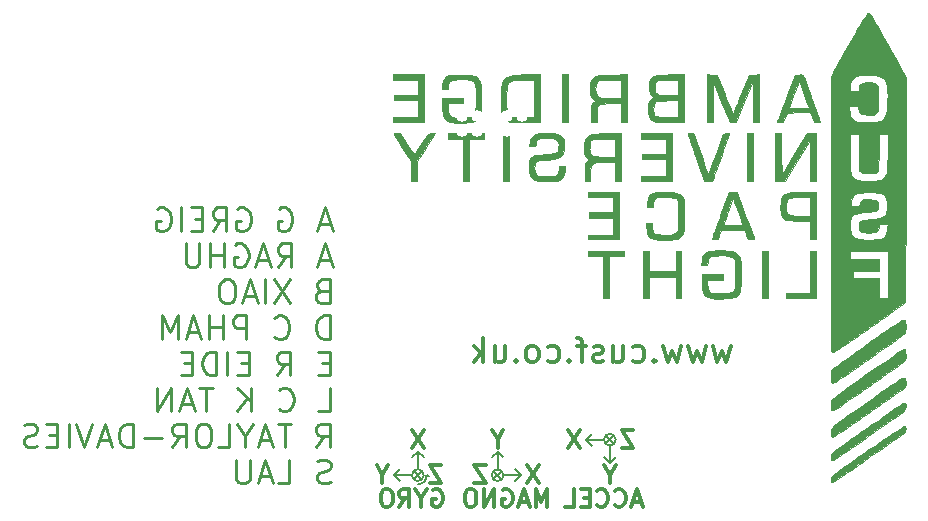
<source format=gbo>
G04 #@! TF.FileFunction,Legend,Bot*
%FSLAX46Y46*%
G04 Gerber Fmt 4.6, Leading zero omitted, Abs format (unit mm)*
G04 Created by KiCad (PCBNEW 0.201505061231+5645~23~ubuntu14.04.1-product) date Wed 06 May 2015 16:24:11 BST*
%MOMM*%
G01*
G04 APERTURE LIST*
%ADD10C,0.100000*%
%ADD11C,0.200000*%
%ADD12C,0.300000*%
%ADD13C,0.250000*%
%ADD14C,1.500000*%
%ADD15C,1.100000*%
%ADD16C,1.016000*%
%ADD17R,5.080000X2.413000*%
%ADD18C,6.300000*%
%ADD19C,0.600000*%
G04 APERTURE END LIST*
D10*
D11*
X151900000Y-80800000D02*
X152500000Y-80200000D01*
X151900000Y-80150000D02*
X152550000Y-80800000D01*
X152250000Y-82400000D02*
X152250000Y-81000000D01*
X150350000Y-80500000D02*
X151700000Y-80500000D01*
X134150000Y-83500000D02*
X135450000Y-83500000D01*
X136000000Y-81600000D02*
X136000000Y-83000000D01*
X142400000Y-83850000D02*
X143000000Y-83250000D01*
X142400000Y-83150000D02*
X143050000Y-83800000D01*
X144700000Y-83500000D02*
X143250000Y-83500000D01*
X142750000Y-83000000D02*
X142800000Y-83000000D01*
X142750000Y-81500000D02*
X142750000Y-83000000D01*
X136300000Y-83200000D02*
X136300000Y-83100000D01*
X135650000Y-83850000D02*
X136300000Y-83200000D01*
X136300000Y-83800000D02*
X136300000Y-83850000D01*
X135650000Y-83150000D02*
X136300000Y-83800000D01*
X136950000Y-83600000D02*
X136800000Y-83450000D01*
X136650000Y-83600000D02*
X136950000Y-83600000D01*
X136800000Y-83450000D02*
X136650000Y-83600000D01*
X136000000Y-84300000D02*
G75*
G03X136800000Y-83500000I0J800000D01*
G01*
D12*
X154892857Y-85750000D02*
X154178571Y-85750000D01*
X155035714Y-86178571D02*
X154535714Y-84678571D01*
X154035714Y-86178571D01*
X152678571Y-86035714D02*
X152750000Y-86107143D01*
X152964286Y-86178571D01*
X153107143Y-86178571D01*
X153321428Y-86107143D01*
X153464286Y-85964286D01*
X153535714Y-85821429D01*
X153607143Y-85535714D01*
X153607143Y-85321429D01*
X153535714Y-85035714D01*
X153464286Y-84892857D01*
X153321428Y-84750000D01*
X153107143Y-84678571D01*
X152964286Y-84678571D01*
X152750000Y-84750000D01*
X152678571Y-84821429D01*
X151178571Y-86035714D02*
X151250000Y-86107143D01*
X151464286Y-86178571D01*
X151607143Y-86178571D01*
X151821428Y-86107143D01*
X151964286Y-85964286D01*
X152035714Y-85821429D01*
X152107143Y-85535714D01*
X152107143Y-85321429D01*
X152035714Y-85035714D01*
X151964286Y-84892857D01*
X151821428Y-84750000D01*
X151607143Y-84678571D01*
X151464286Y-84678571D01*
X151250000Y-84750000D01*
X151178571Y-84821429D01*
X150535714Y-85392857D02*
X150035714Y-85392857D01*
X149821428Y-86178571D02*
X150535714Y-86178571D01*
X150535714Y-84678571D01*
X149821428Y-84678571D01*
X148464285Y-86178571D02*
X149178571Y-86178571D01*
X149178571Y-84678571D01*
X146964286Y-86178571D02*
X146964286Y-84678571D01*
X146464286Y-85750000D01*
X145964286Y-84678571D01*
X145964286Y-86178571D01*
X145321429Y-85750000D02*
X144607143Y-85750000D01*
X145464286Y-86178571D02*
X144964286Y-84678571D01*
X144464286Y-86178571D01*
X143178572Y-84750000D02*
X143321429Y-84678571D01*
X143535715Y-84678571D01*
X143750000Y-84750000D01*
X143892858Y-84892857D01*
X143964286Y-85035714D01*
X144035715Y-85321429D01*
X144035715Y-85535714D01*
X143964286Y-85821429D01*
X143892858Y-85964286D01*
X143750000Y-86107143D01*
X143535715Y-86178571D01*
X143392858Y-86178571D01*
X143178572Y-86107143D01*
X143107143Y-86035714D01*
X143107143Y-85535714D01*
X143392858Y-85535714D01*
X142464286Y-86178571D02*
X142464286Y-84678571D01*
X141607143Y-86178571D01*
X141607143Y-84678571D01*
X140607143Y-84678571D02*
X140321429Y-84678571D01*
X140178571Y-84750000D01*
X140035714Y-84892857D01*
X139964286Y-85178571D01*
X139964286Y-85678571D01*
X140035714Y-85964286D01*
X140178571Y-86107143D01*
X140321429Y-86178571D01*
X140607143Y-86178571D01*
X140750000Y-86107143D01*
X140892857Y-85964286D01*
X140964286Y-85678571D01*
X140964286Y-85178571D01*
X140892857Y-84892857D01*
X140750000Y-84750000D01*
X140607143Y-84678571D01*
X137285714Y-84750000D02*
X137428571Y-84678571D01*
X137642857Y-84678571D01*
X137857142Y-84750000D01*
X138000000Y-84892857D01*
X138071428Y-85035714D01*
X138142857Y-85321429D01*
X138142857Y-85535714D01*
X138071428Y-85821429D01*
X138000000Y-85964286D01*
X137857142Y-86107143D01*
X137642857Y-86178571D01*
X137500000Y-86178571D01*
X137285714Y-86107143D01*
X137214285Y-86035714D01*
X137214285Y-85535714D01*
X137500000Y-85535714D01*
X136285714Y-85464286D02*
X136285714Y-86178571D01*
X136785714Y-84678571D02*
X136285714Y-85464286D01*
X135785714Y-84678571D01*
X134428571Y-86178571D02*
X134928571Y-85464286D01*
X135285714Y-86178571D02*
X135285714Y-84678571D01*
X134714286Y-84678571D01*
X134571428Y-84750000D01*
X134500000Y-84821429D01*
X134428571Y-84964286D01*
X134428571Y-85178571D01*
X134500000Y-85321429D01*
X134571428Y-85392857D01*
X134714286Y-85464286D01*
X135285714Y-85464286D01*
X133500000Y-84678571D02*
X133214286Y-84678571D01*
X133071428Y-84750000D01*
X132928571Y-84892857D01*
X132857143Y-85178571D01*
X132857143Y-85678571D01*
X132928571Y-85964286D01*
X133071428Y-86107143D01*
X133214286Y-86178571D01*
X133500000Y-86178571D01*
X133642857Y-86107143D01*
X133785714Y-85964286D01*
X133857143Y-85678571D01*
X133857143Y-85178571D01*
X133785714Y-84892857D01*
X133642857Y-84750000D01*
X133500000Y-84678571D01*
X152250000Y-83464286D02*
X152250000Y-84178571D01*
X152750000Y-82678571D02*
X152250000Y-83464286D01*
X151750000Y-82678571D01*
X149749999Y-79678571D02*
X148749999Y-81178571D01*
X148749999Y-79678571D02*
X149749999Y-81178571D01*
X154249999Y-79678571D02*
X153249999Y-79678571D01*
X154249999Y-81178571D01*
X153249999Y-81178571D01*
X141749999Y-82678571D02*
X140749999Y-82678571D01*
X141749999Y-84178571D01*
X140749999Y-84178571D01*
X146249999Y-82678571D02*
X145249999Y-84178571D01*
X145249999Y-82678571D02*
X146249999Y-84178571D01*
X142750000Y-80464286D02*
X142750000Y-81178571D01*
X143250000Y-79678571D02*
X142750000Y-80464286D01*
X142250000Y-79678571D01*
X137999999Y-82678571D02*
X136999999Y-82678571D01*
X137999999Y-84178571D01*
X136999999Y-84178571D01*
X136499999Y-79678571D02*
X135499999Y-81178571D01*
X135499999Y-79678571D02*
X136499999Y-81178571D01*
X133000000Y-83464286D02*
X133000000Y-84178571D01*
X133500000Y-82678571D02*
X133000000Y-83464286D01*
X132500000Y-82678571D01*
D11*
X152750000Y-80500000D02*
G75*
G03X152750000Y-80500000I-500000J0D01*
G01*
X152250000Y-82500000D02*
X152750000Y-82000000D01*
X152250000Y-82500000D02*
X151750000Y-82000000D01*
X150250000Y-80500000D02*
X150750000Y-81000000D01*
X150250000Y-80500000D02*
X150750000Y-80000000D01*
X143250000Y-83500000D02*
G75*
G03X143250000Y-83500000I-500000J0D01*
G01*
X144750000Y-83500000D02*
X144250000Y-84000000D01*
X144750000Y-83500000D02*
X144250000Y-83000000D01*
X142750000Y-81500000D02*
X143250000Y-82000000D01*
X142750000Y-81500000D02*
X142250000Y-82000000D01*
X136500000Y-83500000D02*
G75*
G03X136500000Y-83500000I-500000J0D01*
G01*
X134000000Y-83500000D02*
X134500000Y-84000000D01*
X134000000Y-83500000D02*
X134500000Y-83000000D01*
X136000000Y-81500000D02*
X136500000Y-82000000D01*
X136000000Y-81500000D02*
X135500000Y-82000000D01*
D12*
X162504763Y-72571429D02*
X162123810Y-73904762D01*
X161742858Y-72952381D01*
X161361906Y-73904762D01*
X160980953Y-72571429D01*
X160409525Y-72571429D02*
X160028572Y-73904762D01*
X159647620Y-72952381D01*
X159266668Y-73904762D01*
X158885715Y-72571429D01*
X158314287Y-72571429D02*
X157933334Y-73904762D01*
X157552382Y-72952381D01*
X157171430Y-73904762D01*
X156790477Y-72571429D01*
X156028573Y-73714286D02*
X155933334Y-73809524D01*
X156028573Y-73904762D01*
X156123811Y-73809524D01*
X156028573Y-73714286D01*
X156028573Y-73904762D01*
X154219049Y-73809524D02*
X154409525Y-73904762D01*
X154790477Y-73904762D01*
X154980953Y-73809524D01*
X155076192Y-73714286D01*
X155171430Y-73523810D01*
X155171430Y-72952381D01*
X155076192Y-72761905D01*
X154980953Y-72666667D01*
X154790477Y-72571429D01*
X154409525Y-72571429D01*
X154219049Y-72666667D01*
X152504763Y-72571429D02*
X152504763Y-73904762D01*
X153361906Y-72571429D02*
X153361906Y-73619048D01*
X153266667Y-73809524D01*
X153076191Y-73904762D01*
X152790477Y-73904762D01*
X152600001Y-73809524D01*
X152504763Y-73714286D01*
X151647620Y-73809524D02*
X151457143Y-73904762D01*
X151076191Y-73904762D01*
X150885715Y-73809524D01*
X150790477Y-73619048D01*
X150790477Y-73523810D01*
X150885715Y-73333333D01*
X151076191Y-73238095D01*
X151361905Y-73238095D01*
X151552382Y-73142857D01*
X151647620Y-72952381D01*
X151647620Y-72857143D01*
X151552382Y-72666667D01*
X151361905Y-72571429D01*
X151076191Y-72571429D01*
X150885715Y-72666667D01*
X150219048Y-72571429D02*
X149457143Y-72571429D01*
X149933334Y-73904762D02*
X149933334Y-72190476D01*
X149838095Y-72000000D01*
X149647619Y-71904762D01*
X149457143Y-71904762D01*
X148790477Y-73714286D02*
X148695238Y-73809524D01*
X148790477Y-73904762D01*
X148885715Y-73809524D01*
X148790477Y-73714286D01*
X148790477Y-73904762D01*
X146980953Y-73809524D02*
X147171429Y-73904762D01*
X147552381Y-73904762D01*
X147742857Y-73809524D01*
X147838096Y-73714286D01*
X147933334Y-73523810D01*
X147933334Y-72952381D01*
X147838096Y-72761905D01*
X147742857Y-72666667D01*
X147552381Y-72571429D01*
X147171429Y-72571429D01*
X146980953Y-72666667D01*
X145838095Y-73904762D02*
X146028571Y-73809524D01*
X146123810Y-73714286D01*
X146219048Y-73523810D01*
X146219048Y-72952381D01*
X146123810Y-72761905D01*
X146028571Y-72666667D01*
X145838095Y-72571429D01*
X145552381Y-72571429D01*
X145361905Y-72666667D01*
X145266667Y-72761905D01*
X145171429Y-72952381D01*
X145171429Y-73523810D01*
X145266667Y-73714286D01*
X145361905Y-73809524D01*
X145552381Y-73904762D01*
X145838095Y-73904762D01*
X144314286Y-73714286D02*
X144219047Y-73809524D01*
X144314286Y-73904762D01*
X144409524Y-73809524D01*
X144314286Y-73714286D01*
X144314286Y-73904762D01*
X142504762Y-72571429D02*
X142504762Y-73904762D01*
X143361905Y-72571429D02*
X143361905Y-73619048D01*
X143266666Y-73809524D01*
X143076190Y-73904762D01*
X142790476Y-73904762D01*
X142600000Y-73809524D01*
X142504762Y-73714286D01*
X141552381Y-73904762D02*
X141552381Y-71904762D01*
X141361904Y-73142857D02*
X140790476Y-73904762D01*
X140790476Y-72571429D02*
X141552381Y-73333333D01*
D13*
X128619048Y-62258333D02*
X127666667Y-62258333D01*
X128809524Y-62829762D02*
X128142857Y-60829762D01*
X127476190Y-62829762D01*
X124238094Y-60925000D02*
X124428571Y-60829762D01*
X124714285Y-60829762D01*
X124999999Y-60925000D01*
X125190475Y-61115476D01*
X125285714Y-61305952D01*
X125380952Y-61686905D01*
X125380952Y-61972619D01*
X125285714Y-62353571D01*
X125190475Y-62544048D01*
X124999999Y-62734524D01*
X124714285Y-62829762D01*
X124523809Y-62829762D01*
X124238094Y-62734524D01*
X124142856Y-62639286D01*
X124142856Y-61972619D01*
X124523809Y-61972619D01*
X120714284Y-60925000D02*
X120904761Y-60829762D01*
X121190475Y-60829762D01*
X121476189Y-60925000D01*
X121666665Y-61115476D01*
X121761904Y-61305952D01*
X121857142Y-61686905D01*
X121857142Y-61972619D01*
X121761904Y-62353571D01*
X121666665Y-62544048D01*
X121476189Y-62734524D01*
X121190475Y-62829762D01*
X120999999Y-62829762D01*
X120714284Y-62734524D01*
X120619046Y-62639286D01*
X120619046Y-61972619D01*
X120999999Y-61972619D01*
X118619046Y-62829762D02*
X119285713Y-61877381D01*
X119761904Y-62829762D02*
X119761904Y-60829762D01*
X118999999Y-60829762D01*
X118809523Y-60925000D01*
X118714284Y-61020238D01*
X118619046Y-61210714D01*
X118619046Y-61496429D01*
X118714284Y-61686905D01*
X118809523Y-61782143D01*
X118999999Y-61877381D01*
X119761904Y-61877381D01*
X117761904Y-61782143D02*
X117095237Y-61782143D01*
X116809523Y-62829762D02*
X117761904Y-62829762D01*
X117761904Y-60829762D01*
X116809523Y-60829762D01*
X115952380Y-62829762D02*
X115952380Y-60829762D01*
X113952379Y-60925000D02*
X114142856Y-60829762D01*
X114428570Y-60829762D01*
X114714284Y-60925000D01*
X114904760Y-61115476D01*
X114999999Y-61305952D01*
X115095237Y-61686905D01*
X115095237Y-61972619D01*
X114999999Y-62353571D01*
X114904760Y-62544048D01*
X114714284Y-62734524D01*
X114428570Y-62829762D01*
X114238094Y-62829762D01*
X113952379Y-62734524D01*
X113857141Y-62639286D01*
X113857141Y-61972619D01*
X114238094Y-61972619D01*
X128619048Y-65308333D02*
X127666667Y-65308333D01*
X128809524Y-65879762D02*
X128142857Y-63879762D01*
X127476190Y-65879762D01*
X124142856Y-65879762D02*
X124809523Y-64927381D01*
X125285714Y-65879762D02*
X125285714Y-63879762D01*
X124523809Y-63879762D01*
X124333333Y-63975000D01*
X124238094Y-64070238D01*
X124142856Y-64260714D01*
X124142856Y-64546429D01*
X124238094Y-64736905D01*
X124333333Y-64832143D01*
X124523809Y-64927381D01*
X125285714Y-64927381D01*
X123380952Y-65308333D02*
X122428571Y-65308333D01*
X123571428Y-65879762D02*
X122904761Y-63879762D01*
X122238094Y-65879762D01*
X120523808Y-63975000D02*
X120714285Y-63879762D01*
X120999999Y-63879762D01*
X121285713Y-63975000D01*
X121476189Y-64165476D01*
X121571428Y-64355952D01*
X121666666Y-64736905D01*
X121666666Y-65022619D01*
X121571428Y-65403571D01*
X121476189Y-65594048D01*
X121285713Y-65784524D01*
X120999999Y-65879762D01*
X120809523Y-65879762D01*
X120523808Y-65784524D01*
X120428570Y-65689286D01*
X120428570Y-65022619D01*
X120809523Y-65022619D01*
X119571428Y-65879762D02*
X119571428Y-63879762D01*
X119571428Y-64832143D02*
X118428570Y-64832143D01*
X118428570Y-65879762D02*
X118428570Y-63879762D01*
X117476190Y-63879762D02*
X117476190Y-65498810D01*
X117380951Y-65689286D01*
X117285713Y-65784524D01*
X117095237Y-65879762D01*
X116714285Y-65879762D01*
X116523809Y-65784524D01*
X116428570Y-65689286D01*
X116333332Y-65498810D01*
X116333332Y-63879762D01*
X127857143Y-67882143D02*
X127571429Y-67977381D01*
X127476190Y-68072619D01*
X127380952Y-68263095D01*
X127380952Y-68548810D01*
X127476190Y-68739286D01*
X127571429Y-68834524D01*
X127761905Y-68929762D01*
X128523810Y-68929762D01*
X128523810Y-66929762D01*
X127857143Y-66929762D01*
X127666667Y-67025000D01*
X127571429Y-67120238D01*
X127476190Y-67310714D01*
X127476190Y-67501190D01*
X127571429Y-67691667D01*
X127666667Y-67786905D01*
X127857143Y-67882143D01*
X128523810Y-67882143D01*
X125190476Y-66929762D02*
X123857142Y-68929762D01*
X123857142Y-66929762D02*
X125190476Y-68929762D01*
X123095238Y-68929762D02*
X123095238Y-66929762D01*
X122238095Y-68358333D02*
X121285714Y-68358333D01*
X122428571Y-68929762D02*
X121761904Y-66929762D01*
X121095237Y-68929762D01*
X120047618Y-66929762D02*
X119666666Y-66929762D01*
X119476190Y-67025000D01*
X119285713Y-67215476D01*
X119190475Y-67596429D01*
X119190475Y-68263095D01*
X119285713Y-68644048D01*
X119476190Y-68834524D01*
X119666666Y-68929762D01*
X120047618Y-68929762D01*
X120238094Y-68834524D01*
X120428571Y-68644048D01*
X120523809Y-68263095D01*
X120523809Y-67596429D01*
X120428571Y-67215476D01*
X120238094Y-67025000D01*
X120047618Y-66929762D01*
X128523810Y-71979762D02*
X128523810Y-69979762D01*
X128047619Y-69979762D01*
X127761905Y-70075000D01*
X127571429Y-70265476D01*
X127476190Y-70455952D01*
X127380952Y-70836905D01*
X127380952Y-71122619D01*
X127476190Y-71503571D01*
X127571429Y-71694048D01*
X127761905Y-71884524D01*
X128047619Y-71979762D01*
X128523810Y-71979762D01*
X123857142Y-71789286D02*
X123952380Y-71884524D01*
X124238095Y-71979762D01*
X124428571Y-71979762D01*
X124714285Y-71884524D01*
X124904761Y-71694048D01*
X125000000Y-71503571D01*
X125095238Y-71122619D01*
X125095238Y-70836905D01*
X125000000Y-70455952D01*
X124904761Y-70265476D01*
X124714285Y-70075000D01*
X124428571Y-69979762D01*
X124238095Y-69979762D01*
X123952380Y-70075000D01*
X123857142Y-70170238D01*
X121476190Y-71979762D02*
X121476190Y-69979762D01*
X120714285Y-69979762D01*
X120523809Y-70075000D01*
X120428570Y-70170238D01*
X120333332Y-70360714D01*
X120333332Y-70646429D01*
X120428570Y-70836905D01*
X120523809Y-70932143D01*
X120714285Y-71027381D01*
X121476190Y-71027381D01*
X119476190Y-71979762D02*
X119476190Y-69979762D01*
X119476190Y-70932143D02*
X118333332Y-70932143D01*
X118333332Y-71979762D02*
X118333332Y-69979762D01*
X117476190Y-71408333D02*
X116523809Y-71408333D01*
X117666666Y-71979762D02*
X116999999Y-69979762D01*
X116333332Y-71979762D01*
X115666666Y-71979762D02*
X115666666Y-69979762D01*
X114999999Y-71408333D01*
X114333332Y-69979762D01*
X114333332Y-71979762D01*
X128523810Y-73982143D02*
X127857143Y-73982143D01*
X127571429Y-75029762D02*
X128523810Y-75029762D01*
X128523810Y-73029762D01*
X127571429Y-73029762D01*
X124047618Y-75029762D02*
X124714285Y-74077381D01*
X125190476Y-75029762D02*
X125190476Y-73029762D01*
X124428571Y-73029762D01*
X124238095Y-73125000D01*
X124142856Y-73220238D01*
X124047618Y-73410714D01*
X124047618Y-73696429D01*
X124142856Y-73886905D01*
X124238095Y-73982143D01*
X124428571Y-74077381D01*
X125190476Y-74077381D01*
X121666666Y-73982143D02*
X120999999Y-73982143D01*
X120714285Y-75029762D02*
X121666666Y-75029762D01*
X121666666Y-73029762D01*
X120714285Y-73029762D01*
X119857142Y-75029762D02*
X119857142Y-73029762D01*
X118904761Y-75029762D02*
X118904761Y-73029762D01*
X118428570Y-73029762D01*
X118142856Y-73125000D01*
X117952380Y-73315476D01*
X117857141Y-73505952D01*
X117761903Y-73886905D01*
X117761903Y-74172619D01*
X117857141Y-74553571D01*
X117952380Y-74744048D01*
X118142856Y-74934524D01*
X118428570Y-75029762D01*
X118904761Y-75029762D01*
X116904761Y-73982143D02*
X116238094Y-73982143D01*
X115952380Y-75029762D02*
X116904761Y-75029762D01*
X116904761Y-73029762D01*
X115952380Y-73029762D01*
X127571429Y-78079762D02*
X128523810Y-78079762D01*
X128523810Y-76079762D01*
X124238094Y-77889286D02*
X124333332Y-77984524D01*
X124619047Y-78079762D01*
X124809523Y-78079762D01*
X125095237Y-77984524D01*
X125285713Y-77794048D01*
X125380952Y-77603571D01*
X125476190Y-77222619D01*
X125476190Y-76936905D01*
X125380952Y-76555952D01*
X125285713Y-76365476D01*
X125095237Y-76175000D01*
X124809523Y-76079762D01*
X124619047Y-76079762D01*
X124333332Y-76175000D01*
X124238094Y-76270238D01*
X121857142Y-78079762D02*
X121857142Y-76079762D01*
X120714284Y-78079762D02*
X121571427Y-76936905D01*
X120714284Y-76079762D02*
X121857142Y-77222619D01*
X118619046Y-76079762D02*
X117476189Y-76079762D01*
X118047617Y-78079762D02*
X118047617Y-76079762D01*
X116904760Y-77508333D02*
X115952379Y-77508333D01*
X117095236Y-78079762D02*
X116428569Y-76079762D01*
X115761902Y-78079762D01*
X115095236Y-78079762D02*
X115095236Y-76079762D01*
X113952378Y-78079762D01*
X113952378Y-76079762D01*
X127380952Y-81129762D02*
X128047619Y-80177381D01*
X128523810Y-81129762D02*
X128523810Y-79129762D01*
X127761905Y-79129762D01*
X127571429Y-79225000D01*
X127476190Y-79320238D01*
X127380952Y-79510714D01*
X127380952Y-79796429D01*
X127476190Y-79986905D01*
X127571429Y-80082143D01*
X127761905Y-80177381D01*
X128523810Y-80177381D01*
X125285714Y-79129762D02*
X124142857Y-79129762D01*
X124714285Y-81129762D02*
X124714285Y-79129762D01*
X123571428Y-80558333D02*
X122619047Y-80558333D01*
X123761904Y-81129762D02*
X123095237Y-79129762D01*
X122428570Y-81129762D01*
X121380951Y-80177381D02*
X121380951Y-81129762D01*
X122047618Y-79129762D02*
X121380951Y-80177381D01*
X120714284Y-79129762D01*
X119095237Y-81129762D02*
X120047618Y-81129762D01*
X120047618Y-79129762D01*
X118047617Y-79129762D02*
X117666665Y-79129762D01*
X117476189Y-79225000D01*
X117285712Y-79415476D01*
X117190474Y-79796429D01*
X117190474Y-80463095D01*
X117285712Y-80844048D01*
X117476189Y-81034524D01*
X117666665Y-81129762D01*
X118047617Y-81129762D01*
X118238093Y-81034524D01*
X118428570Y-80844048D01*
X118523808Y-80463095D01*
X118523808Y-79796429D01*
X118428570Y-79415476D01*
X118238093Y-79225000D01*
X118047617Y-79129762D01*
X115190474Y-81129762D02*
X115857141Y-80177381D01*
X116333332Y-81129762D02*
X116333332Y-79129762D01*
X115571427Y-79129762D01*
X115380951Y-79225000D01*
X115285712Y-79320238D01*
X115190474Y-79510714D01*
X115190474Y-79796429D01*
X115285712Y-79986905D01*
X115380951Y-80082143D01*
X115571427Y-80177381D01*
X116333332Y-80177381D01*
X114333332Y-80367857D02*
X112809522Y-80367857D01*
X111857142Y-81129762D02*
X111857142Y-79129762D01*
X111380951Y-79129762D01*
X111095237Y-79225000D01*
X110904761Y-79415476D01*
X110809522Y-79605952D01*
X110714284Y-79986905D01*
X110714284Y-80272619D01*
X110809522Y-80653571D01*
X110904761Y-80844048D01*
X111095237Y-81034524D01*
X111380951Y-81129762D01*
X111857142Y-81129762D01*
X109952380Y-80558333D02*
X108999999Y-80558333D01*
X110142856Y-81129762D02*
X109476189Y-79129762D01*
X108809522Y-81129762D01*
X108428570Y-79129762D02*
X107761903Y-81129762D01*
X107095236Y-79129762D01*
X106428570Y-81129762D02*
X106428570Y-79129762D01*
X105476189Y-80082143D02*
X104809522Y-80082143D01*
X104523808Y-81129762D02*
X105476189Y-81129762D01*
X105476189Y-79129762D01*
X104523808Y-79129762D01*
X103761903Y-81034524D02*
X103476188Y-81129762D01*
X102999998Y-81129762D01*
X102809522Y-81034524D01*
X102714284Y-80939286D01*
X102619045Y-80748810D01*
X102619045Y-80558333D01*
X102714284Y-80367857D01*
X102809522Y-80272619D01*
X102999998Y-80177381D01*
X103380950Y-80082143D01*
X103571426Y-79986905D01*
X103666665Y-79891667D01*
X103761903Y-79701190D01*
X103761903Y-79510714D01*
X103666665Y-79320238D01*
X103571426Y-79225000D01*
X103380950Y-79129762D01*
X102904760Y-79129762D01*
X102619045Y-79225000D01*
X128619048Y-84084524D02*
X128333333Y-84179762D01*
X127857143Y-84179762D01*
X127666667Y-84084524D01*
X127571429Y-83989286D01*
X127476190Y-83798810D01*
X127476190Y-83608333D01*
X127571429Y-83417857D01*
X127666667Y-83322619D01*
X127857143Y-83227381D01*
X128238095Y-83132143D01*
X128428571Y-83036905D01*
X128523810Y-82941667D01*
X128619048Y-82751190D01*
X128619048Y-82560714D01*
X128523810Y-82370238D01*
X128428571Y-82275000D01*
X128238095Y-82179762D01*
X127761905Y-82179762D01*
X127476190Y-82275000D01*
X124142857Y-84179762D02*
X125095238Y-84179762D01*
X125095238Y-82179762D01*
X123571428Y-83608333D02*
X122619047Y-83608333D01*
X123761904Y-84179762D02*
X123095237Y-82179762D01*
X122428570Y-84179762D01*
X121761904Y-82179762D02*
X121761904Y-83798810D01*
X121666665Y-83989286D01*
X121571427Y-84084524D01*
X121380951Y-84179762D01*
X120999999Y-84179762D01*
X120809523Y-84084524D01*
X120714284Y-83989286D01*
X120619046Y-83798810D01*
X120619046Y-82179762D01*
D10*
G36*
X177291600Y-79546618D02*
X177285797Y-79639916D01*
X177261919Y-79725134D01*
X177210259Y-79811684D01*
X177121113Y-79908977D01*
X176984773Y-80026426D01*
X176791533Y-80173443D01*
X176531690Y-80359439D01*
X176252283Y-80554466D01*
X176066525Y-80683452D01*
X175808897Y-80862429D01*
X175490938Y-81083375D01*
X175124189Y-81338269D01*
X174720189Y-81619091D01*
X174290479Y-81917820D01*
X173846597Y-82226434D01*
X173400084Y-82536912D01*
X173372395Y-82556167D01*
X172816928Y-82940872D01*
X172341504Y-83266741D01*
X171944233Y-83535017D01*
X171623220Y-83746939D01*
X171376574Y-83903748D01*
X171202403Y-84006683D01*
X171098813Y-84056985D01*
X171073695Y-84062800D01*
X170984882Y-84050547D01*
X170948234Y-83993754D01*
X170941600Y-83883032D01*
X170962666Y-83744156D01*
X171038115Y-83612124D01*
X171132100Y-83505333D01*
X171214590Y-83433994D01*
X171369585Y-83314146D01*
X171588850Y-83151471D01*
X171864154Y-82951650D01*
X172187264Y-82720366D01*
X172549946Y-82463299D01*
X172943968Y-82186131D01*
X173361098Y-81894544D01*
X173793101Y-81594219D01*
X174231747Y-81290838D01*
X174668801Y-80990081D01*
X175096031Y-80697631D01*
X175505204Y-80419169D01*
X175888088Y-80160377D01*
X176236450Y-79926936D01*
X176542056Y-79724528D01*
X176796675Y-79558834D01*
X176992072Y-79435535D01*
X177120017Y-79360314D01*
X177170191Y-79338400D01*
X177247867Y-79350076D01*
X177282863Y-79403820D01*
X177291548Y-79527706D01*
X177291600Y-79546618D01*
X177291600Y-79546618D01*
X177291600Y-79546618D01*
G37*
X177291600Y-79546618D02*
X177285797Y-79639916D01*
X177261919Y-79725134D01*
X177210259Y-79811684D01*
X177121113Y-79908977D01*
X176984773Y-80026426D01*
X176791533Y-80173443D01*
X176531690Y-80359439D01*
X176252283Y-80554466D01*
X176066525Y-80683452D01*
X175808897Y-80862429D01*
X175490938Y-81083375D01*
X175124189Y-81338269D01*
X174720189Y-81619091D01*
X174290479Y-81917820D01*
X173846597Y-82226434D01*
X173400084Y-82536912D01*
X173372395Y-82556167D01*
X172816928Y-82940872D01*
X172341504Y-83266741D01*
X171944233Y-83535017D01*
X171623220Y-83746939D01*
X171376574Y-83903748D01*
X171202403Y-84006683D01*
X171098813Y-84056985D01*
X171073695Y-84062800D01*
X170984882Y-84050547D01*
X170948234Y-83993754D01*
X170941600Y-83883032D01*
X170962666Y-83744156D01*
X171038115Y-83612124D01*
X171132100Y-83505333D01*
X171214590Y-83433994D01*
X171369585Y-83314146D01*
X171588850Y-83151471D01*
X171864154Y-82951650D01*
X172187264Y-82720366D01*
X172549946Y-82463299D01*
X172943968Y-82186131D01*
X173361098Y-81894544D01*
X173793101Y-81594219D01*
X174231747Y-81290838D01*
X174668801Y-80990081D01*
X175096031Y-80697631D01*
X175505204Y-80419169D01*
X175888088Y-80160377D01*
X176236450Y-79926936D01*
X176542056Y-79724528D01*
X176796675Y-79558834D01*
X176992072Y-79435535D01*
X177120017Y-79360314D01*
X177170191Y-79338400D01*
X177247867Y-79350076D01*
X177282863Y-79403820D01*
X177291548Y-79527706D01*
X177291600Y-79546618D01*
X177291600Y-79546618D01*
G36*
X177291600Y-77641618D02*
X177284316Y-77817303D01*
X177253374Y-77931507D01*
X177185142Y-78023853D01*
X177147389Y-78060718D01*
X177073520Y-78119871D01*
X176926306Y-78229356D01*
X176716034Y-78381820D01*
X176452994Y-78569907D01*
X176147473Y-78786262D01*
X175809760Y-79023531D01*
X175450144Y-79274358D01*
X175432889Y-79286348D01*
X174735519Y-79770875D01*
X174116828Y-80200675D01*
X173571992Y-80578901D01*
X173096189Y-80908707D01*
X172684595Y-81193244D01*
X172332386Y-81435666D01*
X172034741Y-81639125D01*
X171786835Y-81806775D01*
X171583846Y-81941769D01*
X171420950Y-82047258D01*
X171293325Y-82126396D01*
X171196147Y-82182337D01*
X171124592Y-82218232D01*
X171073839Y-82237234D01*
X171039064Y-82242497D01*
X171015443Y-82237173D01*
X170998153Y-82224416D01*
X170982372Y-82207377D01*
X170975466Y-82200133D01*
X170940961Y-82104999D01*
X170945163Y-81956039D01*
X170982693Y-81790966D01*
X171048176Y-81647492D01*
X171055900Y-81636006D01*
X171115988Y-81580176D01*
X171250733Y-81473768D01*
X171452011Y-81322443D01*
X171711702Y-81131858D01*
X172021682Y-80907673D01*
X172373831Y-80655548D01*
X172760025Y-80381142D01*
X173172144Y-80090113D01*
X173602065Y-79788122D01*
X174041666Y-79480828D01*
X174482825Y-79173889D01*
X174917420Y-78872965D01*
X175337330Y-78583715D01*
X175734431Y-78311799D01*
X176100603Y-78062875D01*
X176427723Y-77842604D01*
X176707670Y-77656644D01*
X176932320Y-77510654D01*
X177093553Y-77410294D01*
X177183247Y-77361223D01*
X177196705Y-77357200D01*
X177251461Y-77371213D01*
X177280199Y-77428850D01*
X177290724Y-77553504D01*
X177291600Y-77641618D01*
X177291600Y-77641618D01*
X177291600Y-77641618D01*
G37*
X177291600Y-77641618D02*
X177284316Y-77817303D01*
X177253374Y-77931507D01*
X177185142Y-78023853D01*
X177147389Y-78060718D01*
X177073520Y-78119871D01*
X176926306Y-78229356D01*
X176716034Y-78381820D01*
X176452994Y-78569907D01*
X176147473Y-78786262D01*
X175809760Y-79023531D01*
X175450144Y-79274358D01*
X175432889Y-79286348D01*
X174735519Y-79770875D01*
X174116828Y-80200675D01*
X173571992Y-80578901D01*
X173096189Y-80908707D01*
X172684595Y-81193244D01*
X172332386Y-81435666D01*
X172034741Y-81639125D01*
X171786835Y-81806775D01*
X171583846Y-81941769D01*
X171420950Y-82047258D01*
X171293325Y-82126396D01*
X171196147Y-82182337D01*
X171124592Y-82218232D01*
X171073839Y-82237234D01*
X171039064Y-82242497D01*
X171015443Y-82237173D01*
X170998153Y-82224416D01*
X170982372Y-82207377D01*
X170975466Y-82200133D01*
X170940961Y-82104999D01*
X170945163Y-81956039D01*
X170982693Y-81790966D01*
X171048176Y-81647492D01*
X171055900Y-81636006D01*
X171115988Y-81580176D01*
X171250733Y-81473768D01*
X171452011Y-81322443D01*
X171711702Y-81131858D01*
X172021682Y-80907673D01*
X172373831Y-80655548D01*
X172760025Y-80381142D01*
X173172144Y-80090113D01*
X173602065Y-79788122D01*
X174041666Y-79480828D01*
X174482825Y-79173889D01*
X174917420Y-78872965D01*
X175337330Y-78583715D01*
X175734431Y-78311799D01*
X176100603Y-78062875D01*
X176427723Y-77842604D01*
X176707670Y-77656644D01*
X176932320Y-77510654D01*
X177093553Y-77410294D01*
X177183247Y-77361223D01*
X177196705Y-77357200D01*
X177251461Y-77371213D01*
X177280199Y-77428850D01*
X177290724Y-77553504D01*
X177291600Y-77641618D01*
X177291600Y-77641618D01*
G36*
X177291600Y-75621002D02*
X177287925Y-75809349D01*
X177269410Y-75930216D01*
X177224815Y-76017663D01*
X177142901Y-76105745D01*
X177126500Y-76121306D01*
X177044159Y-76188466D01*
X176889283Y-76304482D01*
X176670157Y-76463647D01*
X176395065Y-76660254D01*
X176072291Y-76888597D01*
X175710120Y-77142968D01*
X175316836Y-77417662D01*
X174900723Y-77706970D01*
X174470067Y-78005186D01*
X174033151Y-78306603D01*
X173598260Y-78605515D01*
X173173678Y-78896214D01*
X172767690Y-79172993D01*
X172388580Y-79430147D01*
X172044632Y-79661967D01*
X171744132Y-79862746D01*
X171495363Y-80026779D01*
X171306609Y-80148358D01*
X171186156Y-80221777D01*
X171144695Y-80241979D01*
X171033889Y-80242800D01*
X170979410Y-80222877D01*
X170946418Y-80131945D01*
X170941800Y-79977885D01*
X170962471Y-79794175D01*
X171005343Y-79614293D01*
X171044887Y-79512713D01*
X171071541Y-79466064D01*
X171111454Y-79414167D01*
X171170662Y-79352541D01*
X171255196Y-79276704D01*
X171371093Y-79182175D01*
X171524384Y-79064472D01*
X171721105Y-78919115D01*
X171967289Y-78741622D01*
X172268971Y-78527512D01*
X172632184Y-78272304D01*
X173062961Y-77971516D01*
X173567338Y-77620666D01*
X173953187Y-77352766D01*
X174433191Y-77019604D01*
X174891259Y-76701564D01*
X175320128Y-76403693D01*
X175712533Y-76131043D01*
X176061213Y-75888662D01*
X176358902Y-75681600D01*
X176598340Y-75514907D01*
X176772261Y-75393632D01*
X176873402Y-75322826D01*
X176893814Y-75308358D01*
X177054572Y-75237321D01*
X177160514Y-75243435D01*
X177230021Y-75267352D01*
X177269290Y-75311687D01*
X177286915Y-75401188D01*
X177291488Y-75560603D01*
X177291600Y-75621002D01*
X177291600Y-75621002D01*
X177291600Y-75621002D01*
G37*
X177291600Y-75621002D02*
X177287925Y-75809349D01*
X177269410Y-75930216D01*
X177224815Y-76017663D01*
X177142901Y-76105745D01*
X177126500Y-76121306D01*
X177044159Y-76188466D01*
X176889283Y-76304482D01*
X176670157Y-76463647D01*
X176395065Y-76660254D01*
X176072291Y-76888597D01*
X175710120Y-77142968D01*
X175316836Y-77417662D01*
X174900723Y-77706970D01*
X174470067Y-78005186D01*
X174033151Y-78306603D01*
X173598260Y-78605515D01*
X173173678Y-78896214D01*
X172767690Y-79172993D01*
X172388580Y-79430147D01*
X172044632Y-79661967D01*
X171744132Y-79862746D01*
X171495363Y-80026779D01*
X171306609Y-80148358D01*
X171186156Y-80221777D01*
X171144695Y-80241979D01*
X171033889Y-80242800D01*
X170979410Y-80222877D01*
X170946418Y-80131945D01*
X170941800Y-79977885D01*
X170962471Y-79794175D01*
X171005343Y-79614293D01*
X171044887Y-79512713D01*
X171071541Y-79466064D01*
X171111454Y-79414167D01*
X171170662Y-79352541D01*
X171255196Y-79276704D01*
X171371093Y-79182175D01*
X171524384Y-79064472D01*
X171721105Y-78919115D01*
X171967289Y-78741622D01*
X172268971Y-78527512D01*
X172632184Y-78272304D01*
X173062961Y-77971516D01*
X173567338Y-77620666D01*
X173953187Y-77352766D01*
X174433191Y-77019604D01*
X174891259Y-76701564D01*
X175320128Y-76403693D01*
X175712533Y-76131043D01*
X176061213Y-75888662D01*
X176358902Y-75681600D01*
X176598340Y-75514907D01*
X176772261Y-75393632D01*
X176873402Y-75322826D01*
X176893814Y-75308358D01*
X177054572Y-75237321D01*
X177160514Y-75243435D01*
X177230021Y-75267352D01*
X177269290Y-75311687D01*
X177286915Y-75401188D01*
X177291488Y-75560603D01*
X177291600Y-75621002D01*
X177291600Y-75621002D01*
G36*
X177291600Y-73292351D02*
X177289235Y-73498770D01*
X177276428Y-73633760D01*
X177244612Y-73727473D01*
X177185218Y-73810063D01*
X177126500Y-73873386D01*
X177055777Y-73932789D01*
X176911360Y-74042230D01*
X176701548Y-74195950D01*
X176434639Y-74388192D01*
X176118933Y-74613196D01*
X175762727Y-74865206D01*
X175374321Y-75138463D01*
X174962014Y-75427210D01*
X174534103Y-75725687D01*
X174098889Y-76028138D01*
X173664669Y-76328804D01*
X173239743Y-76621927D01*
X172832409Y-76901749D01*
X172450966Y-77162512D01*
X172103712Y-77398458D01*
X171798946Y-77603829D01*
X171544968Y-77772867D01*
X171350076Y-77899813D01*
X171222568Y-77978911D01*
X171172762Y-78004350D01*
X171058318Y-77992214D01*
X171005100Y-77959808D01*
X170965758Y-77865951D01*
X170945557Y-77705633D01*
X170944043Y-77512087D01*
X170960761Y-77318544D01*
X170995256Y-77158238D01*
X171016791Y-77105150D01*
X171069200Y-77048031D01*
X171192001Y-76944715D01*
X171387018Y-76793874D01*
X171656076Y-76594185D01*
X172000999Y-76344323D01*
X172423610Y-76042963D01*
X172925734Y-75688780D01*
X173509194Y-75280449D01*
X173984799Y-74949311D01*
X174471596Y-74611432D01*
X174936306Y-74289719D01*
X175371835Y-73989030D01*
X175771089Y-73714226D01*
X176126972Y-73470164D01*
X176432390Y-73261703D01*
X176680248Y-73093703D01*
X176863452Y-72971023D01*
X176974908Y-72898520D01*
X177005168Y-72880760D01*
X177131339Y-72837834D01*
X177215181Y-72853226D01*
X177264547Y-72938220D01*
X177287289Y-73104103D01*
X177291600Y-73292351D01*
X177291600Y-73292351D01*
X177291600Y-73292351D01*
G37*
X177291600Y-73292351D02*
X177289235Y-73498770D01*
X177276428Y-73633760D01*
X177244612Y-73727473D01*
X177185218Y-73810063D01*
X177126500Y-73873386D01*
X177055777Y-73932789D01*
X176911360Y-74042230D01*
X176701548Y-74195950D01*
X176434639Y-74388192D01*
X176118933Y-74613196D01*
X175762727Y-74865206D01*
X175374321Y-75138463D01*
X174962014Y-75427210D01*
X174534103Y-75725687D01*
X174098889Y-76028138D01*
X173664669Y-76328804D01*
X173239743Y-76621927D01*
X172832409Y-76901749D01*
X172450966Y-77162512D01*
X172103712Y-77398458D01*
X171798946Y-77603829D01*
X171544968Y-77772867D01*
X171350076Y-77899813D01*
X171222568Y-77978911D01*
X171172762Y-78004350D01*
X171058318Y-77992214D01*
X171005100Y-77959808D01*
X170965758Y-77865951D01*
X170945557Y-77705633D01*
X170944043Y-77512087D01*
X170960761Y-77318544D01*
X170995256Y-77158238D01*
X171016791Y-77105150D01*
X171069200Y-77048031D01*
X171192001Y-76944715D01*
X171387018Y-76793874D01*
X171656076Y-76594185D01*
X172000999Y-76344323D01*
X172423610Y-76042963D01*
X172925734Y-75688780D01*
X173509194Y-75280449D01*
X173984799Y-74949311D01*
X174471596Y-74611432D01*
X174936306Y-74289719D01*
X175371835Y-73989030D01*
X175771089Y-73714226D01*
X176126972Y-73470164D01*
X176432390Y-73261703D01*
X176680248Y-73093703D01*
X176863452Y-72971023D01*
X176974908Y-72898520D01*
X177005168Y-72880760D01*
X177131339Y-72837834D01*
X177215181Y-72853226D01*
X177264547Y-72938220D01*
X177287289Y-73104103D01*
X177291600Y-73292351D01*
X177291600Y-73292351D01*
G36*
X177291600Y-70873523D02*
X177290032Y-71096868D01*
X177280786Y-71245665D01*
X177257050Y-71346962D01*
X177212009Y-71427808D01*
X177138852Y-71515250D01*
X177126500Y-71528980D01*
X177061640Y-71589580D01*
X176945037Y-71684080D01*
X176773620Y-71814656D01*
X176544318Y-71983484D01*
X176254060Y-72192741D01*
X175899777Y-72444602D01*
X175478398Y-72741244D01*
X174986852Y-73084842D01*
X174422068Y-73477572D01*
X173780977Y-73921611D01*
X173060508Y-74419135D01*
X172618000Y-74724146D01*
X172228503Y-74992386D01*
X171913957Y-75208312D01*
X171665589Y-75377168D01*
X171474626Y-75504199D01*
X171332296Y-75594649D01*
X171229825Y-75653764D01*
X171158442Y-75686786D01*
X171109373Y-75698962D01*
X171073845Y-75695534D01*
X171043087Y-75681749D01*
X171029188Y-75673968D01*
X170987043Y-75634596D01*
X170960680Y-75560269D01*
X170946727Y-75430778D01*
X170941814Y-75225918D01*
X170941600Y-75148773D01*
X170943928Y-74920245D01*
X170954520Y-74767018D01*
X170978780Y-74662833D01*
X171022118Y-74581431D01*
X171071416Y-74518317D01*
X171129953Y-74468858D01*
X171263633Y-74367614D01*
X171464138Y-74220413D01*
X171723151Y-74033087D01*
X172032356Y-73811465D01*
X172383436Y-73561376D01*
X172768073Y-73288652D01*
X173177951Y-72999122D01*
X173604753Y-72698616D01*
X174040162Y-72392965D01*
X174475860Y-72087997D01*
X174903532Y-71789544D01*
X175314860Y-71503435D01*
X175701527Y-71235500D01*
X176055216Y-70991569D01*
X176367610Y-70777472D01*
X176630393Y-70599040D01*
X176835248Y-70462102D01*
X176973856Y-70372488D01*
X177037600Y-70336132D01*
X177144841Y-70335456D01*
X177202700Y-70355451D01*
X177245448Y-70392310D01*
X177272147Y-70463000D01*
X177286280Y-70587823D01*
X177291332Y-70787082D01*
X177291600Y-70873523D01*
X177291600Y-70873523D01*
X177291600Y-70873523D01*
G37*
X177291600Y-70873523D02*
X177290032Y-71096868D01*
X177280786Y-71245665D01*
X177257050Y-71346962D01*
X177212009Y-71427808D01*
X177138852Y-71515250D01*
X177126500Y-71528980D01*
X177061640Y-71589580D01*
X176945037Y-71684080D01*
X176773620Y-71814656D01*
X176544318Y-71983484D01*
X176254060Y-72192741D01*
X175899777Y-72444602D01*
X175478398Y-72741244D01*
X174986852Y-73084842D01*
X174422068Y-73477572D01*
X173780977Y-73921611D01*
X173060508Y-74419135D01*
X172618000Y-74724146D01*
X172228503Y-74992386D01*
X171913957Y-75208312D01*
X171665589Y-75377168D01*
X171474626Y-75504199D01*
X171332296Y-75594649D01*
X171229825Y-75653764D01*
X171158442Y-75686786D01*
X171109373Y-75698962D01*
X171073845Y-75695534D01*
X171043087Y-75681749D01*
X171029188Y-75673968D01*
X170987043Y-75634596D01*
X170960680Y-75560269D01*
X170946727Y-75430778D01*
X170941814Y-75225918D01*
X170941600Y-75148773D01*
X170943928Y-74920245D01*
X170954520Y-74767018D01*
X170978780Y-74662833D01*
X171022118Y-74581431D01*
X171071416Y-74518317D01*
X171129953Y-74468858D01*
X171263633Y-74367614D01*
X171464138Y-74220413D01*
X171723151Y-74033087D01*
X172032356Y-73811465D01*
X172383436Y-73561376D01*
X172768073Y-73288652D01*
X173177951Y-72999122D01*
X173604753Y-72698616D01*
X174040162Y-72392965D01*
X174475860Y-72087997D01*
X174903532Y-71789544D01*
X175314860Y-71503435D01*
X175701527Y-71235500D01*
X176055216Y-70991569D01*
X176367610Y-70777472D01*
X176630393Y-70599040D01*
X176835248Y-70462102D01*
X176973856Y-70372488D01*
X177037600Y-70336132D01*
X177144841Y-70335456D01*
X177202700Y-70355451D01*
X177245448Y-70392310D01*
X177272147Y-70463000D01*
X177286280Y-70587823D01*
X177291332Y-70787082D01*
X177291600Y-70873523D01*
X177291600Y-70873523D01*
G36*
X177291600Y-59279022D02*
X177291429Y-60511065D01*
X177290906Y-61644499D01*
X177290012Y-62682313D01*
X177288729Y-63627499D01*
X177287037Y-64483046D01*
X177284920Y-65251945D01*
X177282359Y-65937186D01*
X177279335Y-66541760D01*
X177275830Y-67068655D01*
X177271825Y-67520864D01*
X177267304Y-67901375D01*
X177262246Y-68213179D01*
X177256635Y-68459267D01*
X177250451Y-68642628D01*
X177243676Y-68766253D01*
X177236292Y-68833132D01*
X177233046Y-68844929D01*
X177182350Y-68894864D01*
X177056103Y-68996094D01*
X176862470Y-69142913D01*
X176609614Y-69329618D01*
X176305700Y-69550503D01*
X175958892Y-69799863D01*
X175782335Y-69925791D01*
X175782335Y-62269600D01*
X175767600Y-62269600D01*
X175767600Y-56138979D01*
X175767600Y-54598800D01*
X175767456Y-54598800D01*
X175767456Y-51370973D01*
X175753821Y-50918996D01*
X175710134Y-50554602D01*
X175632575Y-50267216D01*
X175517323Y-50046265D01*
X175360556Y-49881175D01*
X175191324Y-49776636D01*
X174978047Y-49703816D01*
X174696396Y-49650865D01*
X174371634Y-49618181D01*
X174029024Y-49606166D01*
X173693827Y-49615221D01*
X173391307Y-49645745D01*
X173146725Y-49698141D01*
X173034023Y-49742423D01*
X172890595Y-49840883D01*
X172778652Y-49951646D01*
X172696223Y-50105240D01*
X172627072Y-50322759D01*
X172580970Y-50566588D01*
X172567200Y-50765900D01*
X172567200Y-50941200D01*
X172948200Y-50941200D01*
X173329200Y-50941200D01*
X173329200Y-50740832D01*
X173370906Y-50523179D01*
X173443500Y-50409291D01*
X173514998Y-50341120D01*
X173602625Y-50297548D01*
X173733848Y-50270072D01*
X173936135Y-50250186D01*
X173964200Y-50248076D01*
X174329855Y-50242157D01*
X174609057Y-50285440D01*
X174804617Y-50378601D01*
X174891435Y-50471060D01*
X174923009Y-50531276D01*
X174946233Y-50611687D01*
X174962329Y-50727481D01*
X174972520Y-50893846D01*
X174978027Y-51125971D01*
X174980074Y-51439044D01*
X174980200Y-51573965D01*
X174977957Y-51990762D01*
X174966389Y-52316779D01*
X174938235Y-52562818D01*
X174886236Y-52739678D01*
X174803131Y-52858159D01*
X174681660Y-52929061D01*
X174514563Y-52963185D01*
X174294579Y-52971331D01*
X174044858Y-52965358D01*
X173763005Y-52948698D01*
X173565680Y-52914090D01*
X173436046Y-52850523D01*
X173357269Y-52746986D01*
X173312513Y-52592469D01*
X173295525Y-52475290D01*
X173264248Y-52211200D01*
X172890324Y-52211200D01*
X172711578Y-52211933D01*
X172596253Y-52225755D01*
X172534351Y-52270099D01*
X172515874Y-52362395D01*
X172530826Y-52520077D01*
X172569209Y-52760577D01*
X172570544Y-52768793D01*
X172625794Y-53022342D01*
X172707321Y-53222564D01*
X172826072Y-53375011D01*
X172992996Y-53485234D01*
X173219041Y-53558785D01*
X173515155Y-53601215D01*
X173892288Y-53618077D01*
X174243600Y-53617148D01*
X174530067Y-53610916D01*
X174737935Y-53600495D01*
X174890203Y-53582536D01*
X175009867Y-53553689D01*
X175119925Y-53510605D01*
X175183400Y-53480270D01*
X175363540Y-53371544D01*
X175483263Y-53241596D01*
X175548401Y-53125600D01*
X175627989Y-52897492D01*
X175691092Y-52580850D01*
X175736219Y-52187627D01*
X175761877Y-51729778D01*
X175767456Y-51370973D01*
X175767456Y-54598800D01*
X175386600Y-54598800D01*
X175005600Y-54598800D01*
X175005600Y-56095009D01*
X175003615Y-56611822D01*
X174997625Y-57028730D01*
X174987570Y-57347352D01*
X174973393Y-57569309D01*
X174955037Y-57696217D01*
X174947797Y-57718081D01*
X174867339Y-57823157D01*
X174729516Y-57894410D01*
X174521114Y-57935793D01*
X174228919Y-57951262D01*
X174167400Y-57951600D01*
X173858977Y-57940311D01*
X173636690Y-57903808D01*
X173487324Y-57838136D01*
X173397663Y-57739342D01*
X173387002Y-57718081D01*
X173367204Y-57623272D01*
X173351606Y-57433969D01*
X173340149Y-57148553D01*
X173332777Y-56765404D01*
X173329430Y-56282904D01*
X173329200Y-56095009D01*
X173329200Y-54598800D01*
X172945014Y-54598800D01*
X172560828Y-54598800D01*
X172578102Y-56237100D01*
X172583584Y-56700069D01*
X172589664Y-57072743D01*
X172596985Y-57366424D01*
X172606189Y-57592417D01*
X172617918Y-57762025D01*
X172632815Y-57886552D01*
X172651523Y-57977302D01*
X172674683Y-58045579D01*
X172681801Y-58061666D01*
X172808452Y-58252064D01*
X172997350Y-58398290D01*
X173261043Y-58507591D01*
X173583200Y-58582242D01*
X173719320Y-58593552D01*
X173926637Y-58596132D01*
X174178033Y-58591217D01*
X174446388Y-58580038D01*
X174704584Y-58563829D01*
X174925502Y-58543822D01*
X175082023Y-58521251D01*
X175118322Y-58512456D01*
X175382944Y-58386027D01*
X175575895Y-58187600D01*
X175690564Y-57938567D01*
X175713751Y-57840519D01*
X175732047Y-57712371D01*
X175745949Y-57542490D01*
X175755955Y-57319245D01*
X175762564Y-57031006D01*
X175766273Y-56666139D01*
X175767580Y-56213015D01*
X175767600Y-56138979D01*
X175767600Y-62269600D01*
X175421117Y-62269600D01*
X175059899Y-62269600D01*
X175025752Y-62527013D01*
X174983374Y-62717911D01*
X174913208Y-62829643D01*
X174884302Y-62851504D01*
X174746264Y-62903294D01*
X174536850Y-62941191D01*
X174285673Y-62962415D01*
X174022347Y-62964184D01*
X173829801Y-62950523D01*
X173597368Y-62910548D01*
X173448656Y-62841372D01*
X173366303Y-62724060D01*
X173332949Y-62539674D01*
X173329200Y-62404473D01*
X173333710Y-62231599D01*
X173356400Y-62103534D01*
X173411008Y-62011684D01*
X173511272Y-61947451D01*
X173670931Y-61902241D01*
X173903724Y-61867456D01*
X174223388Y-61834501D01*
X174243141Y-61832630D01*
X174674782Y-61786332D01*
X175015386Y-61732995D01*
X175275514Y-61664591D01*
X175465723Y-61573090D01*
X175596573Y-61450465D01*
X175678623Y-61288688D01*
X175722432Y-61079729D01*
X175738558Y-60815560D01*
X175739624Y-60694800D01*
X175722953Y-60342493D01*
X175666719Y-60073889D01*
X175561178Y-59875562D01*
X175396584Y-59734089D01*
X175163192Y-59636044D01*
X174931745Y-59581932D01*
X174610632Y-59540977D01*
X174257303Y-59526553D01*
X173897431Y-59536920D01*
X173556692Y-59570337D01*
X173260758Y-59625064D01*
X173035305Y-59699359D01*
X173008732Y-59712301D01*
X172870334Y-59834080D01*
X172759123Y-60027406D01*
X172688402Y-60263179D01*
X172669915Y-60453500D01*
X172668800Y-60694800D01*
X173023432Y-60694800D01*
X173209462Y-60692810D01*
X173318023Y-60681000D01*
X173373242Y-60650603D01*
X173399242Y-60592854D01*
X173407947Y-60555100D01*
X173453977Y-60385099D01*
X173518306Y-60265310D01*
X173617050Y-60188517D01*
X173766323Y-60147502D01*
X173982238Y-60135048D01*
X174280910Y-60143936D01*
X174321338Y-60146003D01*
X174568753Y-60166219D01*
X174733568Y-60198540D01*
X174834456Y-60246916D01*
X174846722Y-60257138D01*
X174933913Y-60387288D01*
X174978794Y-60561327D01*
X174983298Y-60750538D01*
X174949356Y-60926203D01*
X174878902Y-61059607D01*
X174788719Y-61119119D01*
X174693494Y-61135155D01*
X174522539Y-61156735D01*
X174301363Y-61180856D01*
X174090729Y-61201314D01*
X173675388Y-61244425D01*
X173349481Y-61292336D01*
X173100844Y-61350569D01*
X172917313Y-61424645D01*
X172786724Y-61520086D01*
X172696912Y-61642413D01*
X172635716Y-61797147D01*
X172616219Y-61870623D01*
X172581272Y-62115152D01*
X172576381Y-62400413D01*
X172599011Y-62689433D01*
X172646628Y-62945239D01*
X172700506Y-63100078D01*
X172832129Y-63280883D01*
X173035396Y-63413563D01*
X173318786Y-63502365D01*
X173582239Y-63542040D01*
X173850491Y-63559182D01*
X174159319Y-63562639D01*
X174477821Y-63553632D01*
X174775095Y-63533381D01*
X175020243Y-63503106D01*
X175128007Y-63481013D01*
X175370930Y-63393274D01*
X175544355Y-63264948D01*
X175659744Y-63080267D01*
X175728561Y-62823458D01*
X175752843Y-62621389D01*
X175782335Y-62269600D01*
X175782335Y-69925791D01*
X175767600Y-69936301D01*
X175767600Y-68518000D01*
X175767600Y-66511400D01*
X175767600Y-64504800D01*
X174167400Y-64504800D01*
X172567200Y-64504800D01*
X172567200Y-64835000D01*
X172567200Y-65165200D01*
X173786400Y-65165200D01*
X175005600Y-65165200D01*
X175005600Y-65698600D01*
X175005600Y-66232000D01*
X173938800Y-66232000D01*
X172872000Y-66232000D01*
X172872000Y-66536800D01*
X172872000Y-66841600D01*
X173938800Y-66841600D01*
X175005600Y-66841600D01*
X175005600Y-67645933D01*
X175007637Y-67922089D01*
X175013263Y-68161709D01*
X175021747Y-68346730D01*
X175032359Y-68459089D01*
X175039466Y-68484133D01*
X175103936Y-68501169D01*
X175240481Y-68513332D01*
X175419602Y-68517999D01*
X175420466Y-68518000D01*
X175767600Y-68518000D01*
X175767600Y-69936301D01*
X175577354Y-70071994D01*
X175169250Y-70361190D01*
X174742745Y-70661746D01*
X174306002Y-70967957D01*
X173867186Y-71274119D01*
X173434461Y-71574527D01*
X173015990Y-71863476D01*
X172619939Y-72135260D01*
X172254471Y-72384175D01*
X171927750Y-72604516D01*
X171647940Y-72790577D01*
X171423206Y-72936655D01*
X171261712Y-73037044D01*
X171171622Y-73086039D01*
X171158065Y-73090000D01*
X171044636Y-73058909D01*
X171002560Y-73029039D01*
X170995476Y-73000087D01*
X170988916Y-72925866D01*
X170982863Y-72803282D01*
X170977299Y-72629242D01*
X170972210Y-72400651D01*
X170967579Y-72114416D01*
X170963389Y-71767442D01*
X170959624Y-71356635D01*
X170956267Y-70878901D01*
X170953304Y-70331146D01*
X170950716Y-69710276D01*
X170948489Y-69013197D01*
X170946605Y-68236815D01*
X170945048Y-67378035D01*
X170943802Y-66433764D01*
X170942852Y-65400907D01*
X170942179Y-64276371D01*
X170941769Y-63057061D01*
X170941604Y-61739883D01*
X170941600Y-61455860D01*
X170941658Y-60166502D01*
X170941849Y-58974879D01*
X170942199Y-57877128D01*
X170942732Y-56869385D01*
X170943475Y-55947785D01*
X170944451Y-55108464D01*
X170945686Y-54347557D01*
X170947206Y-53661202D01*
X170949036Y-53045533D01*
X170951200Y-52496687D01*
X170953725Y-52010799D01*
X170956635Y-51584004D01*
X170959955Y-51212440D01*
X170963711Y-50892242D01*
X170967928Y-50619545D01*
X170972631Y-50390485D01*
X170977845Y-50201199D01*
X170983595Y-50047822D01*
X170989908Y-49926489D01*
X170996807Y-49833337D01*
X171004319Y-49764502D01*
X171012467Y-49716119D01*
X171018327Y-49693120D01*
X171057412Y-49603058D01*
X171140868Y-49437723D01*
X171263233Y-49206692D01*
X171419045Y-48919539D01*
X171602843Y-48585838D01*
X171809165Y-48215165D01*
X172032548Y-47817096D01*
X172267531Y-47401203D01*
X172508652Y-46977064D01*
X172750450Y-46554253D01*
X172987462Y-46142344D01*
X173214227Y-45750913D01*
X173425282Y-45389535D01*
X173615167Y-45067784D01*
X173778419Y-44795236D01*
X173909577Y-44581466D01*
X174003178Y-44436048D01*
X174053761Y-44368558D01*
X174057139Y-44365848D01*
X174171658Y-44341341D01*
X174223681Y-44363842D01*
X174262820Y-44416454D01*
X174345601Y-44548275D01*
X174466525Y-44749592D01*
X174620094Y-45010689D01*
X174800807Y-45321850D01*
X175003168Y-45673360D01*
X175221676Y-46055505D01*
X175450833Y-46458569D01*
X175685141Y-46872836D01*
X175919099Y-47288592D01*
X176147210Y-47696121D01*
X176363975Y-48085708D01*
X176563894Y-48447638D01*
X176741469Y-48772196D01*
X176891202Y-49049666D01*
X177007592Y-49270333D01*
X177067427Y-49388112D01*
X177291600Y-49841625D01*
X177291600Y-59279022D01*
X177291600Y-59279022D01*
X177291600Y-59279022D01*
G37*
X177291600Y-59279022D02*
X177291429Y-60511065D01*
X177290906Y-61644499D01*
X177290012Y-62682313D01*
X177288729Y-63627499D01*
X177287037Y-64483046D01*
X177284920Y-65251945D01*
X177282359Y-65937186D01*
X177279335Y-66541760D01*
X177275830Y-67068655D01*
X177271825Y-67520864D01*
X177267304Y-67901375D01*
X177262246Y-68213179D01*
X177256635Y-68459267D01*
X177250451Y-68642628D01*
X177243676Y-68766253D01*
X177236292Y-68833132D01*
X177233046Y-68844929D01*
X177182350Y-68894864D01*
X177056103Y-68996094D01*
X176862470Y-69142913D01*
X176609614Y-69329618D01*
X176305700Y-69550503D01*
X175958892Y-69799863D01*
X175782335Y-69925791D01*
X175782335Y-62269600D01*
X175767600Y-62269600D01*
X175767600Y-56138979D01*
X175767600Y-54598800D01*
X175767456Y-54598800D01*
X175767456Y-51370973D01*
X175753821Y-50918996D01*
X175710134Y-50554602D01*
X175632575Y-50267216D01*
X175517323Y-50046265D01*
X175360556Y-49881175D01*
X175191324Y-49776636D01*
X174978047Y-49703816D01*
X174696396Y-49650865D01*
X174371634Y-49618181D01*
X174029024Y-49606166D01*
X173693827Y-49615221D01*
X173391307Y-49645745D01*
X173146725Y-49698141D01*
X173034023Y-49742423D01*
X172890595Y-49840883D01*
X172778652Y-49951646D01*
X172696223Y-50105240D01*
X172627072Y-50322759D01*
X172580970Y-50566588D01*
X172567200Y-50765900D01*
X172567200Y-50941200D01*
X172948200Y-50941200D01*
X173329200Y-50941200D01*
X173329200Y-50740832D01*
X173370906Y-50523179D01*
X173443500Y-50409291D01*
X173514998Y-50341120D01*
X173602625Y-50297548D01*
X173733848Y-50270072D01*
X173936135Y-50250186D01*
X173964200Y-50248076D01*
X174329855Y-50242157D01*
X174609057Y-50285440D01*
X174804617Y-50378601D01*
X174891435Y-50471060D01*
X174923009Y-50531276D01*
X174946233Y-50611687D01*
X174962329Y-50727481D01*
X174972520Y-50893846D01*
X174978027Y-51125971D01*
X174980074Y-51439044D01*
X174980200Y-51573965D01*
X174977957Y-51990762D01*
X174966389Y-52316779D01*
X174938235Y-52562818D01*
X174886236Y-52739678D01*
X174803131Y-52858159D01*
X174681660Y-52929061D01*
X174514563Y-52963185D01*
X174294579Y-52971331D01*
X174044858Y-52965358D01*
X173763005Y-52948698D01*
X173565680Y-52914090D01*
X173436046Y-52850523D01*
X173357269Y-52746986D01*
X173312513Y-52592469D01*
X173295525Y-52475290D01*
X173264248Y-52211200D01*
X172890324Y-52211200D01*
X172711578Y-52211933D01*
X172596253Y-52225755D01*
X172534351Y-52270099D01*
X172515874Y-52362395D01*
X172530826Y-52520077D01*
X172569209Y-52760577D01*
X172570544Y-52768793D01*
X172625794Y-53022342D01*
X172707321Y-53222564D01*
X172826072Y-53375011D01*
X172992996Y-53485234D01*
X173219041Y-53558785D01*
X173515155Y-53601215D01*
X173892288Y-53618077D01*
X174243600Y-53617148D01*
X174530067Y-53610916D01*
X174737935Y-53600495D01*
X174890203Y-53582536D01*
X175009867Y-53553689D01*
X175119925Y-53510605D01*
X175183400Y-53480270D01*
X175363540Y-53371544D01*
X175483263Y-53241596D01*
X175548401Y-53125600D01*
X175627989Y-52897492D01*
X175691092Y-52580850D01*
X175736219Y-52187627D01*
X175761877Y-51729778D01*
X175767456Y-51370973D01*
X175767456Y-54598800D01*
X175386600Y-54598800D01*
X175005600Y-54598800D01*
X175005600Y-56095009D01*
X175003615Y-56611822D01*
X174997625Y-57028730D01*
X174987570Y-57347352D01*
X174973393Y-57569309D01*
X174955037Y-57696217D01*
X174947797Y-57718081D01*
X174867339Y-57823157D01*
X174729516Y-57894410D01*
X174521114Y-57935793D01*
X174228919Y-57951262D01*
X174167400Y-57951600D01*
X173858977Y-57940311D01*
X173636690Y-57903808D01*
X173487324Y-57838136D01*
X173397663Y-57739342D01*
X173387002Y-57718081D01*
X173367204Y-57623272D01*
X173351606Y-57433969D01*
X173340149Y-57148553D01*
X173332777Y-56765404D01*
X173329430Y-56282904D01*
X173329200Y-56095009D01*
X173329200Y-54598800D01*
X172945014Y-54598800D01*
X172560828Y-54598800D01*
X172578102Y-56237100D01*
X172583584Y-56700069D01*
X172589664Y-57072743D01*
X172596985Y-57366424D01*
X172606189Y-57592417D01*
X172617918Y-57762025D01*
X172632815Y-57886552D01*
X172651523Y-57977302D01*
X172674683Y-58045579D01*
X172681801Y-58061666D01*
X172808452Y-58252064D01*
X172997350Y-58398290D01*
X173261043Y-58507591D01*
X173583200Y-58582242D01*
X173719320Y-58593552D01*
X173926637Y-58596132D01*
X174178033Y-58591217D01*
X174446388Y-58580038D01*
X174704584Y-58563829D01*
X174925502Y-58543822D01*
X175082023Y-58521251D01*
X175118322Y-58512456D01*
X175382944Y-58386027D01*
X175575895Y-58187600D01*
X175690564Y-57938567D01*
X175713751Y-57840519D01*
X175732047Y-57712371D01*
X175745949Y-57542490D01*
X175755955Y-57319245D01*
X175762564Y-57031006D01*
X175766273Y-56666139D01*
X175767580Y-56213015D01*
X175767600Y-56138979D01*
X175767600Y-62269600D01*
X175421117Y-62269600D01*
X175059899Y-62269600D01*
X175025752Y-62527013D01*
X174983374Y-62717911D01*
X174913208Y-62829643D01*
X174884302Y-62851504D01*
X174746264Y-62903294D01*
X174536850Y-62941191D01*
X174285673Y-62962415D01*
X174022347Y-62964184D01*
X173829801Y-62950523D01*
X173597368Y-62910548D01*
X173448656Y-62841372D01*
X173366303Y-62724060D01*
X173332949Y-62539674D01*
X173329200Y-62404473D01*
X173333710Y-62231599D01*
X173356400Y-62103534D01*
X173411008Y-62011684D01*
X173511272Y-61947451D01*
X173670931Y-61902241D01*
X173903724Y-61867456D01*
X174223388Y-61834501D01*
X174243141Y-61832630D01*
X174674782Y-61786332D01*
X175015386Y-61732995D01*
X175275514Y-61664591D01*
X175465723Y-61573090D01*
X175596573Y-61450465D01*
X175678623Y-61288688D01*
X175722432Y-61079729D01*
X175738558Y-60815560D01*
X175739624Y-60694800D01*
X175722953Y-60342493D01*
X175666719Y-60073889D01*
X175561178Y-59875562D01*
X175396584Y-59734089D01*
X175163192Y-59636044D01*
X174931745Y-59581932D01*
X174610632Y-59540977D01*
X174257303Y-59526553D01*
X173897431Y-59536920D01*
X173556692Y-59570337D01*
X173260758Y-59625064D01*
X173035305Y-59699359D01*
X173008732Y-59712301D01*
X172870334Y-59834080D01*
X172759123Y-60027406D01*
X172688402Y-60263179D01*
X172669915Y-60453500D01*
X172668800Y-60694800D01*
X173023432Y-60694800D01*
X173209462Y-60692810D01*
X173318023Y-60681000D01*
X173373242Y-60650603D01*
X173399242Y-60592854D01*
X173407947Y-60555100D01*
X173453977Y-60385099D01*
X173518306Y-60265310D01*
X173617050Y-60188517D01*
X173766323Y-60147502D01*
X173982238Y-60135048D01*
X174280910Y-60143936D01*
X174321338Y-60146003D01*
X174568753Y-60166219D01*
X174733568Y-60198540D01*
X174834456Y-60246916D01*
X174846722Y-60257138D01*
X174933913Y-60387288D01*
X174978794Y-60561327D01*
X174983298Y-60750538D01*
X174949356Y-60926203D01*
X174878902Y-61059607D01*
X174788719Y-61119119D01*
X174693494Y-61135155D01*
X174522539Y-61156735D01*
X174301363Y-61180856D01*
X174090729Y-61201314D01*
X173675388Y-61244425D01*
X173349481Y-61292336D01*
X173100844Y-61350569D01*
X172917313Y-61424645D01*
X172786724Y-61520086D01*
X172696912Y-61642413D01*
X172635716Y-61797147D01*
X172616219Y-61870623D01*
X172581272Y-62115152D01*
X172576381Y-62400413D01*
X172599011Y-62689433D01*
X172646628Y-62945239D01*
X172700506Y-63100078D01*
X172832129Y-63280883D01*
X173035396Y-63413563D01*
X173318786Y-63502365D01*
X173582239Y-63542040D01*
X173850491Y-63559182D01*
X174159319Y-63562639D01*
X174477821Y-63553632D01*
X174775095Y-63533381D01*
X175020243Y-63503106D01*
X175128007Y-63481013D01*
X175370930Y-63393274D01*
X175544355Y-63264948D01*
X175659744Y-63080267D01*
X175728561Y-62823458D01*
X175752843Y-62621389D01*
X175782335Y-62269600D01*
X175782335Y-69925791D01*
X175767600Y-69936301D01*
X175767600Y-68518000D01*
X175767600Y-66511400D01*
X175767600Y-64504800D01*
X174167400Y-64504800D01*
X172567200Y-64504800D01*
X172567200Y-64835000D01*
X172567200Y-65165200D01*
X173786400Y-65165200D01*
X175005600Y-65165200D01*
X175005600Y-65698600D01*
X175005600Y-66232000D01*
X173938800Y-66232000D01*
X172872000Y-66232000D01*
X172872000Y-66536800D01*
X172872000Y-66841600D01*
X173938800Y-66841600D01*
X175005600Y-66841600D01*
X175005600Y-67645933D01*
X175007637Y-67922089D01*
X175013263Y-68161709D01*
X175021747Y-68346730D01*
X175032359Y-68459089D01*
X175039466Y-68484133D01*
X175103936Y-68501169D01*
X175240481Y-68513332D01*
X175419602Y-68517999D01*
X175420466Y-68518000D01*
X175767600Y-68518000D01*
X175767600Y-69936301D01*
X175577354Y-70071994D01*
X175169250Y-70361190D01*
X174742745Y-70661746D01*
X174306002Y-70967957D01*
X173867186Y-71274119D01*
X173434461Y-71574527D01*
X173015990Y-71863476D01*
X172619939Y-72135260D01*
X172254471Y-72384175D01*
X171927750Y-72604516D01*
X171647940Y-72790577D01*
X171423206Y-72936655D01*
X171261712Y-73037044D01*
X171171622Y-73086039D01*
X171158065Y-73090000D01*
X171044636Y-73058909D01*
X171002560Y-73029039D01*
X170995476Y-73000087D01*
X170988916Y-72925866D01*
X170982863Y-72803282D01*
X170977299Y-72629242D01*
X170972210Y-72400651D01*
X170967579Y-72114416D01*
X170963389Y-71767442D01*
X170959624Y-71356635D01*
X170956267Y-70878901D01*
X170953304Y-70331146D01*
X170950716Y-69710276D01*
X170948489Y-69013197D01*
X170946605Y-68236815D01*
X170945048Y-67378035D01*
X170943802Y-66433764D01*
X170942852Y-65400907D01*
X170942179Y-64276371D01*
X170941769Y-63057061D01*
X170941604Y-61739883D01*
X170941600Y-61455860D01*
X170941658Y-60166502D01*
X170941849Y-58974879D01*
X170942199Y-57877128D01*
X170942732Y-56869385D01*
X170943475Y-55947785D01*
X170944451Y-55108464D01*
X170945686Y-54347557D01*
X170947206Y-53661202D01*
X170949036Y-53045533D01*
X170951200Y-52496687D01*
X170953725Y-52010799D01*
X170956635Y-51584004D01*
X170959955Y-51212440D01*
X170963711Y-50892242D01*
X170967928Y-50619545D01*
X170972631Y-50390485D01*
X170977845Y-50201199D01*
X170983595Y-50047822D01*
X170989908Y-49926489D01*
X170996807Y-49833337D01*
X171004319Y-49764502D01*
X171012467Y-49716119D01*
X171018327Y-49693120D01*
X171057412Y-49603058D01*
X171140868Y-49437723D01*
X171263233Y-49206692D01*
X171419045Y-48919539D01*
X171602843Y-48585838D01*
X171809165Y-48215165D01*
X172032548Y-47817096D01*
X172267531Y-47401203D01*
X172508652Y-46977064D01*
X172750450Y-46554253D01*
X172987462Y-46142344D01*
X173214227Y-45750913D01*
X173425282Y-45389535D01*
X173615167Y-45067784D01*
X173778419Y-44795236D01*
X173909577Y-44581466D01*
X174003178Y-44436048D01*
X174053761Y-44368558D01*
X174057139Y-44365848D01*
X174171658Y-44341341D01*
X174223681Y-44363842D01*
X174262820Y-44416454D01*
X174345601Y-44548275D01*
X174466525Y-44749592D01*
X174620094Y-45010689D01*
X174800807Y-45321850D01*
X175003168Y-45673360D01*
X175221676Y-46055505D01*
X175450833Y-46458569D01*
X175685141Y-46872836D01*
X175919099Y-47288592D01*
X176147210Y-47696121D01*
X176363975Y-48085708D01*
X176563894Y-48447638D01*
X176741469Y-48772196D01*
X176891202Y-49049666D01*
X177007592Y-49270333D01*
X177067427Y-49388112D01*
X177291600Y-49841625D01*
X177291600Y-59279022D01*
X177291600Y-59279022D01*
G36*
X163347000Y-66486000D02*
X163343304Y-66960491D01*
X163329759Y-67344907D01*
X163302683Y-67650588D01*
X163258391Y-67888871D01*
X163193198Y-68071096D01*
X163103421Y-68208600D01*
X162985376Y-68312723D01*
X162835378Y-68394801D01*
X162710553Y-68444792D01*
X162550121Y-68482888D01*
X162313915Y-68513565D01*
X162027557Y-68535816D01*
X161716673Y-68548632D01*
X161406884Y-68551003D01*
X161123815Y-68541921D01*
X160893089Y-68520378D01*
X160871831Y-68517177D01*
X160569085Y-68446469D01*
X160354040Y-68341664D01*
X160217051Y-68197750D01*
X160200460Y-68168319D01*
X160132223Y-67978866D01*
X160077344Y-67711216D01*
X160039162Y-67388278D01*
X160021018Y-67032960D01*
X160019983Y-66930500D01*
X160019600Y-66486000D01*
X160908600Y-66486000D01*
X161797600Y-66486000D01*
X161797600Y-66714600D01*
X161797600Y-66943200D01*
X161168524Y-66943200D01*
X160905430Y-66944304D01*
X160726631Y-66949398D01*
X160614834Y-66961150D01*
X160552743Y-66982229D01*
X160523063Y-67015304D01*
X160512995Y-67044361D01*
X160503848Y-67166334D01*
X160514444Y-67348883D01*
X160539844Y-67554026D01*
X160575106Y-67743784D01*
X160615291Y-67880175D01*
X160624157Y-67898978D01*
X160699828Y-67984962D01*
X160828466Y-68046577D01*
X161021205Y-68085838D01*
X161289178Y-68104761D01*
X161643518Y-68105361D01*
X161750057Y-68102796D01*
X162065134Y-68091564D01*
X162315819Y-68070490D01*
X162509409Y-68028953D01*
X162653198Y-67956334D01*
X162754484Y-67842014D01*
X162820563Y-67675371D01*
X162858731Y-67445787D01*
X162876283Y-67142640D01*
X162880517Y-66755312D01*
X162879608Y-66458687D01*
X162875123Y-66048113D01*
X162864162Y-65726674D01*
X162843929Y-65481972D01*
X162811626Y-65301610D01*
X162764457Y-65173190D01*
X162699624Y-65084313D01*
X162614330Y-65022583D01*
X162548728Y-64992008D01*
X162294111Y-64923140D01*
X161959165Y-64887468D01*
X161559956Y-64886097D01*
X161272810Y-64904193D01*
X160991324Y-64936027D01*
X160794905Y-64981906D01*
X160667051Y-65053324D01*
X160591261Y-65161773D01*
X160551034Y-65318749D01*
X160539487Y-65414960D01*
X160514673Y-65673200D01*
X160259899Y-65673200D01*
X160005126Y-65673200D01*
X160037937Y-65359277D01*
X160096882Y-65043558D01*
X160197616Y-64803183D01*
X160335853Y-64647214D01*
X160389734Y-64615448D01*
X160610285Y-64543439D01*
X160914557Y-64493014D01*
X161286657Y-64465782D01*
X161710688Y-64463353D01*
X161848400Y-64467814D01*
X162259118Y-64496529D01*
X162582510Y-64548855D01*
X162831261Y-64630507D01*
X163018057Y-64747197D01*
X163155582Y-64904642D01*
X163253564Y-65100826D01*
X163284657Y-65193334D01*
X163308128Y-65298278D01*
X163325001Y-65430832D01*
X163336300Y-65606169D01*
X163343048Y-65839465D01*
X163346270Y-66145894D01*
X163347000Y-66486000D01*
X163347000Y-66486000D01*
X163347000Y-66486000D01*
G37*
X163347000Y-66486000D02*
X163343304Y-66960491D01*
X163329759Y-67344907D01*
X163302683Y-67650588D01*
X163258391Y-67888871D01*
X163193198Y-68071096D01*
X163103421Y-68208600D01*
X162985376Y-68312723D01*
X162835378Y-68394801D01*
X162710553Y-68444792D01*
X162550121Y-68482888D01*
X162313915Y-68513565D01*
X162027557Y-68535816D01*
X161716673Y-68548632D01*
X161406884Y-68551003D01*
X161123815Y-68541921D01*
X160893089Y-68520378D01*
X160871831Y-68517177D01*
X160569085Y-68446469D01*
X160354040Y-68341664D01*
X160217051Y-68197750D01*
X160200460Y-68168319D01*
X160132223Y-67978866D01*
X160077344Y-67711216D01*
X160039162Y-67388278D01*
X160021018Y-67032960D01*
X160019983Y-66930500D01*
X160019600Y-66486000D01*
X160908600Y-66486000D01*
X161797600Y-66486000D01*
X161797600Y-66714600D01*
X161797600Y-66943200D01*
X161168524Y-66943200D01*
X160905430Y-66944304D01*
X160726631Y-66949398D01*
X160614834Y-66961150D01*
X160552743Y-66982229D01*
X160523063Y-67015304D01*
X160512995Y-67044361D01*
X160503848Y-67166334D01*
X160514444Y-67348883D01*
X160539844Y-67554026D01*
X160575106Y-67743784D01*
X160615291Y-67880175D01*
X160624157Y-67898978D01*
X160699828Y-67984962D01*
X160828466Y-68046577D01*
X161021205Y-68085838D01*
X161289178Y-68104761D01*
X161643518Y-68105361D01*
X161750057Y-68102796D01*
X162065134Y-68091564D01*
X162315819Y-68070490D01*
X162509409Y-68028953D01*
X162653198Y-67956334D01*
X162754484Y-67842014D01*
X162820563Y-67675371D01*
X162858731Y-67445787D01*
X162876283Y-67142640D01*
X162880517Y-66755312D01*
X162879608Y-66458687D01*
X162875123Y-66048113D01*
X162864162Y-65726674D01*
X162843929Y-65481972D01*
X162811626Y-65301610D01*
X162764457Y-65173190D01*
X162699624Y-65084313D01*
X162614330Y-65022583D01*
X162548728Y-64992008D01*
X162294111Y-64923140D01*
X161959165Y-64887468D01*
X161559956Y-64886097D01*
X161272810Y-64904193D01*
X160991324Y-64936027D01*
X160794905Y-64981906D01*
X160667051Y-65053324D01*
X160591261Y-65161773D01*
X160551034Y-65318749D01*
X160539487Y-65414960D01*
X160514673Y-65673200D01*
X160259899Y-65673200D01*
X160005126Y-65673200D01*
X160037937Y-65359277D01*
X160096882Y-65043558D01*
X160197616Y-64803183D01*
X160335853Y-64647214D01*
X160389734Y-64615448D01*
X160610285Y-64543439D01*
X160914557Y-64493014D01*
X161286657Y-64465782D01*
X161710688Y-64463353D01*
X161848400Y-64467814D01*
X162259118Y-64496529D01*
X162582510Y-64548855D01*
X162831261Y-64630507D01*
X163018057Y-64747197D01*
X163155582Y-64904642D01*
X163253564Y-65100826D01*
X163284657Y-65193334D01*
X163308128Y-65298278D01*
X163325001Y-65430832D01*
X163336300Y-65606169D01*
X163343048Y-65839465D01*
X163346270Y-66145894D01*
X163347000Y-66486000D01*
X163347000Y-66486000D01*
G36*
X153466400Y-64962000D02*
X152831400Y-64962000D01*
X152196400Y-64962000D01*
X152196400Y-66740000D01*
X152196400Y-68518000D01*
X151942400Y-68518000D01*
X151688400Y-68518000D01*
X151688400Y-66740000D01*
X151688400Y-64962000D01*
X151053400Y-64962000D01*
X150418400Y-64962000D01*
X150418400Y-64733400D01*
X150418400Y-64504800D01*
X151942400Y-64504800D01*
X153466400Y-64504800D01*
X153466400Y-64733400D01*
X153466400Y-64962000D01*
X153466400Y-64962000D01*
X153466400Y-64962000D01*
G37*
X153466400Y-64962000D02*
X152831400Y-64962000D01*
X152196400Y-64962000D01*
X152196400Y-66740000D01*
X152196400Y-68518000D01*
X151942400Y-68518000D01*
X151688400Y-68518000D01*
X151688400Y-66740000D01*
X151688400Y-64962000D01*
X151053400Y-64962000D01*
X150418400Y-64962000D01*
X150418400Y-64733400D01*
X150418400Y-64504800D01*
X151942400Y-64504800D01*
X153466400Y-64504800D01*
X153466400Y-64733400D01*
X153466400Y-64962000D01*
X153466400Y-64962000D01*
G36*
X158292400Y-68518000D02*
X158063800Y-68518000D01*
X157835200Y-68518000D01*
X157835200Y-67603600D01*
X157835200Y-66689200D01*
X156692200Y-66689200D01*
X155549200Y-66689200D01*
X155549200Y-67603600D01*
X155549200Y-68518000D01*
X155295200Y-68518000D01*
X155041200Y-68518000D01*
X155041200Y-66511400D01*
X155041200Y-64504800D01*
X155295200Y-64504800D01*
X155549200Y-64504800D01*
X155549200Y-65368400D01*
X155549200Y-66232000D01*
X156692200Y-66232000D01*
X157835200Y-66232000D01*
X157835200Y-65368400D01*
X157835200Y-64504800D01*
X158063800Y-64504800D01*
X158292400Y-64504800D01*
X158292400Y-66511400D01*
X158292400Y-68518000D01*
X158292400Y-68518000D01*
X158292400Y-68518000D01*
G37*
X158292400Y-68518000D02*
X158063800Y-68518000D01*
X157835200Y-68518000D01*
X157835200Y-67603600D01*
X157835200Y-66689200D01*
X156692200Y-66689200D01*
X155549200Y-66689200D01*
X155549200Y-67603600D01*
X155549200Y-68518000D01*
X155295200Y-68518000D01*
X155041200Y-68518000D01*
X155041200Y-66511400D01*
X155041200Y-64504800D01*
X155295200Y-64504800D01*
X155549200Y-64504800D01*
X155549200Y-65368400D01*
X155549200Y-66232000D01*
X156692200Y-66232000D01*
X157835200Y-66232000D01*
X157835200Y-65368400D01*
X157835200Y-64504800D01*
X158063800Y-64504800D01*
X158292400Y-64504800D01*
X158292400Y-66511400D01*
X158292400Y-68518000D01*
X158292400Y-68518000D01*
G36*
X165607600Y-68518000D02*
X165379000Y-68518000D01*
X165150400Y-68518000D01*
X165150400Y-66511400D01*
X165150400Y-64504800D01*
X165379000Y-64504800D01*
X165607600Y-64504800D01*
X165607600Y-66511400D01*
X165607600Y-68518000D01*
X165607600Y-68518000D01*
X165607600Y-68518000D01*
G37*
X165607600Y-68518000D02*
X165379000Y-68518000D01*
X165150400Y-68518000D01*
X165150400Y-66511400D01*
X165150400Y-64504800D01*
X165379000Y-64504800D01*
X165607600Y-64504800D01*
X165607600Y-66511400D01*
X165607600Y-68518000D01*
X165607600Y-68518000D01*
G36*
X169722400Y-68518000D02*
X168452400Y-68518000D01*
X167182400Y-68518000D01*
X167182400Y-68289400D01*
X167182400Y-68060800D01*
X168198400Y-68060800D01*
X169214400Y-68060800D01*
X169214400Y-66282800D01*
X169214400Y-64504800D01*
X169468400Y-64504800D01*
X169722400Y-64504800D01*
X169722400Y-66511400D01*
X169722400Y-68518000D01*
X169722400Y-68518000D01*
X169722400Y-68518000D01*
G37*
X169722400Y-68518000D02*
X168452400Y-68518000D01*
X167182400Y-68518000D01*
X167182400Y-68289400D01*
X167182400Y-68060800D01*
X168198400Y-68060800D01*
X169214400Y-68060800D01*
X169214400Y-66282800D01*
X169214400Y-64504800D01*
X169468400Y-64504800D01*
X169722400Y-64504800D01*
X169722400Y-66511400D01*
X169722400Y-68518000D01*
X169722400Y-68518000D01*
G36*
X158571800Y-61380600D02*
X158569086Y-61841168D01*
X158559736Y-62212923D01*
X158541938Y-62508537D01*
X158513880Y-62740682D01*
X158473749Y-62922029D01*
X158419734Y-63065252D01*
X158350021Y-63183021D01*
X158305940Y-63239629D01*
X158198557Y-63350425D01*
X158077879Y-63432893D01*
X157926902Y-63491507D01*
X157728626Y-63530742D01*
X157466048Y-63555074D01*
X157122167Y-63568977D01*
X157047800Y-63570774D01*
X156634240Y-63573230D01*
X156299511Y-63560752D01*
X156053107Y-63533771D01*
X155998410Y-63523044D01*
X155764002Y-63451680D01*
X155594480Y-63348885D01*
X155478861Y-63198664D01*
X155406165Y-62985021D01*
X155365409Y-62691961D01*
X155358025Y-62590306D01*
X155331678Y-62168000D01*
X155592839Y-62168000D01*
X155854000Y-62168000D01*
X155854000Y-62495367D01*
X155861236Y-62693683D01*
X155888826Y-62826063D01*
X155945589Y-62927516D01*
X155970633Y-62958329D01*
X156034946Y-63022432D01*
X156112070Y-63066579D01*
X156225496Y-63097803D01*
X156398717Y-63123135D01*
X156587759Y-63143064D01*
X156974405Y-63163625D01*
X157317962Y-63147597D01*
X157600849Y-63096920D01*
X157805486Y-63013535D01*
X157814701Y-63007659D01*
X157888083Y-62941750D01*
X157945598Y-62843700D01*
X157989058Y-62701999D01*
X158020271Y-62505137D01*
X158041049Y-62241605D01*
X158053201Y-61899893D01*
X158058537Y-61468491D01*
X158058597Y-61456800D01*
X158058634Y-61053765D01*
X158052518Y-60739655D01*
X158037683Y-60501855D01*
X158011561Y-60327753D01*
X157971585Y-60204735D01*
X157915185Y-60120188D01*
X157839796Y-60061499D01*
X157767342Y-60026057D01*
X157628633Y-59992299D01*
X157398003Y-59970180D01*
X157071773Y-59959416D01*
X156884111Y-59958200D01*
X156597503Y-59959171D01*
X156394349Y-59963711D01*
X156256508Y-59974262D01*
X156165840Y-59993264D01*
X156104205Y-60023158D01*
X156053462Y-60066384D01*
X156049295Y-60070526D01*
X155975129Y-60177601D01*
X155931951Y-60333282D01*
X155914778Y-60489626D01*
X155892588Y-60796400D01*
X155637326Y-60796400D01*
X155382064Y-60796400D01*
X155412164Y-60437360D01*
X155459605Y-60138326D01*
X155551840Y-59901881D01*
X155697222Y-59723201D01*
X155904104Y-59597466D01*
X156180837Y-59519853D01*
X156535776Y-59485540D01*
X156977272Y-59489707D01*
X157047800Y-59493157D01*
X157479466Y-59530080D01*
X157823291Y-59593021D01*
X158090715Y-59686429D01*
X158293180Y-59814753D01*
X158442128Y-59982441D01*
X158483914Y-60051585D01*
X158512685Y-60115722D01*
X158534529Y-60198407D01*
X158550360Y-60313439D01*
X158561089Y-60474618D01*
X158567631Y-60695745D01*
X158570897Y-60990620D01*
X158571799Y-61373044D01*
X158571800Y-61380600D01*
X158571800Y-61380600D01*
X158571800Y-61380600D01*
G37*
X158571800Y-61380600D02*
X158569086Y-61841168D01*
X158559736Y-62212923D01*
X158541938Y-62508537D01*
X158513880Y-62740682D01*
X158473749Y-62922029D01*
X158419734Y-63065252D01*
X158350021Y-63183021D01*
X158305940Y-63239629D01*
X158198557Y-63350425D01*
X158077879Y-63432893D01*
X157926902Y-63491507D01*
X157728626Y-63530742D01*
X157466048Y-63555074D01*
X157122167Y-63568977D01*
X157047800Y-63570774D01*
X156634240Y-63573230D01*
X156299511Y-63560752D01*
X156053107Y-63533771D01*
X155998410Y-63523044D01*
X155764002Y-63451680D01*
X155594480Y-63348885D01*
X155478861Y-63198664D01*
X155406165Y-62985021D01*
X155365409Y-62691961D01*
X155358025Y-62590306D01*
X155331678Y-62168000D01*
X155592839Y-62168000D01*
X155854000Y-62168000D01*
X155854000Y-62495367D01*
X155861236Y-62693683D01*
X155888826Y-62826063D01*
X155945589Y-62927516D01*
X155970633Y-62958329D01*
X156034946Y-63022432D01*
X156112070Y-63066579D01*
X156225496Y-63097803D01*
X156398717Y-63123135D01*
X156587759Y-63143064D01*
X156974405Y-63163625D01*
X157317962Y-63147597D01*
X157600849Y-63096920D01*
X157805486Y-63013535D01*
X157814701Y-63007659D01*
X157888083Y-62941750D01*
X157945598Y-62843700D01*
X157989058Y-62701999D01*
X158020271Y-62505137D01*
X158041049Y-62241605D01*
X158053201Y-61899893D01*
X158058537Y-61468491D01*
X158058597Y-61456800D01*
X158058634Y-61053765D01*
X158052518Y-60739655D01*
X158037683Y-60501855D01*
X158011561Y-60327753D01*
X157971585Y-60204735D01*
X157915185Y-60120188D01*
X157839796Y-60061499D01*
X157767342Y-60026057D01*
X157628633Y-59992299D01*
X157398003Y-59970180D01*
X157071773Y-59959416D01*
X156884111Y-59958200D01*
X156597503Y-59959171D01*
X156394349Y-59963711D01*
X156256508Y-59974262D01*
X156165840Y-59993264D01*
X156104205Y-60023158D01*
X156053462Y-60066384D01*
X156049295Y-60070526D01*
X155975129Y-60177601D01*
X155931951Y-60333282D01*
X155914778Y-60489626D01*
X155892588Y-60796400D01*
X155637326Y-60796400D01*
X155382064Y-60796400D01*
X155412164Y-60437360D01*
X155459605Y-60138326D01*
X155551840Y-59901881D01*
X155697222Y-59723201D01*
X155904104Y-59597466D01*
X156180837Y-59519853D01*
X156535776Y-59485540D01*
X156977272Y-59489707D01*
X157047800Y-59493157D01*
X157479466Y-59530080D01*
X157823291Y-59593021D01*
X158090715Y-59686429D01*
X158293180Y-59814753D01*
X158442128Y-59982441D01*
X158483914Y-60051585D01*
X158512685Y-60115722D01*
X158534529Y-60198407D01*
X158550360Y-60313439D01*
X158561089Y-60474618D01*
X158567631Y-60695745D01*
X158570897Y-60990620D01*
X158571799Y-61373044D01*
X158571800Y-61380600D01*
X158571800Y-61380600D01*
G36*
X153009200Y-63539600D02*
X151688400Y-63539600D01*
X150367600Y-63539600D01*
X150367600Y-63336400D01*
X150367600Y-63133200D01*
X151434400Y-63133200D01*
X152501200Y-63133200D01*
X152501200Y-62422000D01*
X152501200Y-61710800D01*
X151485200Y-61710800D01*
X150469200Y-61710800D01*
X150469200Y-61482200D01*
X150469200Y-61253600D01*
X151485200Y-61253600D01*
X152501200Y-61253600D01*
X152501200Y-60593200D01*
X152501200Y-59932800D01*
X151434400Y-59932800D01*
X150367600Y-59932800D01*
X150367600Y-59729600D01*
X150367600Y-59526400D01*
X151688400Y-59526400D01*
X153009200Y-59526400D01*
X153009200Y-61533000D01*
X153009200Y-63539600D01*
X153009200Y-63539600D01*
X153009200Y-63539600D01*
G37*
X153009200Y-63539600D02*
X151688400Y-63539600D01*
X150367600Y-63539600D01*
X150367600Y-63336400D01*
X150367600Y-63133200D01*
X151434400Y-63133200D01*
X152501200Y-63133200D01*
X152501200Y-62422000D01*
X152501200Y-61710800D01*
X151485200Y-61710800D01*
X150469200Y-61710800D01*
X150469200Y-61482200D01*
X150469200Y-61253600D01*
X151485200Y-61253600D01*
X152501200Y-61253600D01*
X152501200Y-60593200D01*
X152501200Y-59932800D01*
X151434400Y-59932800D01*
X150367600Y-59932800D01*
X150367600Y-59729600D01*
X150367600Y-59526400D01*
X151688400Y-59526400D01*
X153009200Y-59526400D01*
X153009200Y-61533000D01*
X153009200Y-63539600D01*
X153009200Y-63539600D01*
G36*
X164471853Y-63502472D02*
X164426380Y-63529238D01*
X164310274Y-63538751D01*
X164226723Y-63539468D01*
X163956600Y-63539336D01*
X163812739Y-63132007D01*
X163668878Y-62724679D01*
X163520246Y-62726737D01*
X163520246Y-62320400D01*
X163402206Y-62002900D01*
X163344466Y-61845574D01*
X163261536Y-61616939D01*
X163162230Y-61341423D01*
X163055364Y-61043458D01*
X162989749Y-60859767D01*
X162893053Y-60591881D01*
X162807875Y-60362103D01*
X162739985Y-60185506D01*
X162695157Y-60077161D01*
X162679587Y-60049879D01*
X162658363Y-60100117D01*
X162607786Y-60231894D01*
X162533083Y-60431217D01*
X162439483Y-60684091D01*
X162332216Y-60976522D01*
X162285679Y-61104112D01*
X162172656Y-61414168D01*
X162069842Y-61695613D01*
X161982847Y-61933135D01*
X161917285Y-62111420D01*
X161878767Y-62215155D01*
X161872523Y-62231500D01*
X161866243Y-62264284D01*
X161886296Y-62287871D01*
X161946285Y-62303760D01*
X162059812Y-62313450D01*
X162240480Y-62318441D01*
X162501892Y-62320234D01*
X162678888Y-62320400D01*
X163520246Y-62320400D01*
X163520246Y-62726737D01*
X162675585Y-62738439D01*
X161682291Y-62752200D01*
X161532454Y-63145900D01*
X161382616Y-63539600D01*
X161132908Y-63539600D01*
X160989410Y-63531776D01*
X160899117Y-63511806D01*
X160883200Y-63496810D01*
X160900490Y-63441471D01*
X160949859Y-63301286D01*
X161027553Y-63086481D01*
X161129819Y-62807283D01*
X161252905Y-62473919D01*
X161393057Y-62096613D01*
X161546523Y-61685593D01*
X161614968Y-61502910D01*
X162346737Y-59551800D01*
X162693080Y-59551800D01*
X163039424Y-59551800D01*
X163739029Y-61456800D01*
X163893177Y-61876775D01*
X164037010Y-62269099D01*
X164166603Y-62623032D01*
X164278033Y-62927840D01*
X164367376Y-63172784D01*
X164430708Y-63347129D01*
X164464104Y-63440138D01*
X164467740Y-63450700D01*
X164471853Y-63502472D01*
X164471853Y-63502472D01*
X164471853Y-63502472D01*
G37*
X164471853Y-63502472D02*
X164426380Y-63529238D01*
X164310274Y-63538751D01*
X164226723Y-63539468D01*
X163956600Y-63539336D01*
X163812739Y-63132007D01*
X163668878Y-62724679D01*
X163520246Y-62726737D01*
X163520246Y-62320400D01*
X163402206Y-62002900D01*
X163344466Y-61845574D01*
X163261536Y-61616939D01*
X163162230Y-61341423D01*
X163055364Y-61043458D01*
X162989749Y-60859767D01*
X162893053Y-60591881D01*
X162807875Y-60362103D01*
X162739985Y-60185506D01*
X162695157Y-60077161D01*
X162679587Y-60049879D01*
X162658363Y-60100117D01*
X162607786Y-60231894D01*
X162533083Y-60431217D01*
X162439483Y-60684091D01*
X162332216Y-60976522D01*
X162285679Y-61104112D01*
X162172656Y-61414168D01*
X162069842Y-61695613D01*
X161982847Y-61933135D01*
X161917285Y-62111420D01*
X161878767Y-62215155D01*
X161872523Y-62231500D01*
X161866243Y-62264284D01*
X161886296Y-62287871D01*
X161946285Y-62303760D01*
X162059812Y-62313450D01*
X162240480Y-62318441D01*
X162501892Y-62320234D01*
X162678888Y-62320400D01*
X163520246Y-62320400D01*
X163520246Y-62726737D01*
X162675585Y-62738439D01*
X161682291Y-62752200D01*
X161532454Y-63145900D01*
X161382616Y-63539600D01*
X161132908Y-63539600D01*
X160989410Y-63531776D01*
X160899117Y-63511806D01*
X160883200Y-63496810D01*
X160900490Y-63441471D01*
X160949859Y-63301286D01*
X161027553Y-63086481D01*
X161129819Y-62807283D01*
X161252905Y-62473919D01*
X161393057Y-62096613D01*
X161546523Y-61685593D01*
X161614968Y-61502910D01*
X162346737Y-59551800D01*
X162693080Y-59551800D01*
X163039424Y-59551800D01*
X163739029Y-61456800D01*
X163893177Y-61876775D01*
X164037010Y-62269099D01*
X164166603Y-62623032D01*
X164278033Y-62927840D01*
X164367376Y-63172784D01*
X164430708Y-63347129D01*
X164464104Y-63440138D01*
X164467740Y-63450700D01*
X164471853Y-63502472D01*
X164471853Y-63502472D01*
G36*
X169722400Y-63539600D02*
X169468400Y-63539600D01*
X169214400Y-63539600D01*
X169214400Y-62755279D01*
X169214400Y-61970958D01*
X169214400Y-61558400D01*
X169214400Y-60745600D01*
X169214400Y-59932800D01*
X168566700Y-59936508D01*
X168142982Y-59944595D01*
X167812183Y-59964155D01*
X167566154Y-59996258D01*
X167396747Y-60041972D01*
X167295814Y-60102369D01*
X167294659Y-60103512D01*
X167248213Y-60177686D01*
X167217064Y-60302702D01*
X167197425Y-60498267D01*
X167189953Y-60648213D01*
X167184551Y-60914319D01*
X167198872Y-61121638D01*
X167243870Y-61277633D01*
X167330499Y-61389765D01*
X167469711Y-61465494D01*
X167672460Y-61512284D01*
X167949698Y-61537595D01*
X168312380Y-61548889D01*
X168515900Y-61551481D01*
X169214400Y-61558400D01*
X169214400Y-61970958D01*
X168261900Y-61955179D01*
X167867808Y-61945820D01*
X167561250Y-61929719D01*
X167328197Y-61902847D01*
X167154619Y-61861174D01*
X167026486Y-61800669D01*
X166929768Y-61717305D01*
X166850436Y-61607050D01*
X166811907Y-61538709D01*
X166760885Y-61428827D01*
X166728047Y-61312044D01*
X166709664Y-61162552D01*
X166702009Y-60954542D01*
X166701024Y-60771000D01*
X166713142Y-60423063D01*
X166752340Y-60157237D01*
X166824036Y-59956369D01*
X166933645Y-59803307D01*
X167033931Y-59716806D01*
X167128930Y-59658176D01*
X167242701Y-59612715D01*
X167388651Y-59578846D01*
X167580190Y-59554992D01*
X167830725Y-59539577D01*
X168153664Y-59531024D01*
X168562415Y-59527756D01*
X168642900Y-59527611D01*
X169722400Y-59526400D01*
X169722400Y-61533000D01*
X169722400Y-63539600D01*
X169722400Y-63539600D01*
X169722400Y-63539600D01*
G37*
X169722400Y-63539600D02*
X169468400Y-63539600D01*
X169214400Y-63539600D01*
X169214400Y-62755279D01*
X169214400Y-61970958D01*
X169214400Y-61558400D01*
X169214400Y-60745600D01*
X169214400Y-59932800D01*
X168566700Y-59936508D01*
X168142982Y-59944595D01*
X167812183Y-59964155D01*
X167566154Y-59996258D01*
X167396747Y-60041972D01*
X167295814Y-60102369D01*
X167294659Y-60103512D01*
X167248213Y-60177686D01*
X167217064Y-60302702D01*
X167197425Y-60498267D01*
X167189953Y-60648213D01*
X167184551Y-60914319D01*
X167198872Y-61121638D01*
X167243870Y-61277633D01*
X167330499Y-61389765D01*
X167469711Y-61465494D01*
X167672460Y-61512284D01*
X167949698Y-61537595D01*
X168312380Y-61548889D01*
X168515900Y-61551481D01*
X169214400Y-61558400D01*
X169214400Y-61970958D01*
X168261900Y-61955179D01*
X167867808Y-61945820D01*
X167561250Y-61929719D01*
X167328197Y-61902847D01*
X167154619Y-61861174D01*
X167026486Y-61800669D01*
X166929768Y-61717305D01*
X166850436Y-61607050D01*
X166811907Y-61538709D01*
X166760885Y-61428827D01*
X166728047Y-61312044D01*
X166709664Y-61162552D01*
X166702009Y-60954542D01*
X166701024Y-60771000D01*
X166713142Y-60423063D01*
X166752340Y-60157237D01*
X166824036Y-59956369D01*
X166933645Y-59803307D01*
X167033931Y-59716806D01*
X167128930Y-59658176D01*
X167242701Y-59612715D01*
X167388651Y-59578846D01*
X167580190Y-59554992D01*
X167830725Y-59539577D01*
X168153664Y-59531024D01*
X168562415Y-59527756D01*
X168642900Y-59527611D01*
X169722400Y-59526400D01*
X169722400Y-61533000D01*
X169722400Y-63539600D01*
X169722400Y-63539600D01*
G36*
X137413600Y-54571245D02*
X137387530Y-54619963D01*
X137313997Y-54743073D01*
X137200013Y-54929205D01*
X137052590Y-55166992D01*
X136878741Y-55445064D01*
X136685478Y-55752052D01*
X136677000Y-55765473D01*
X135940400Y-56931386D01*
X135940400Y-57771693D01*
X135940400Y-58612000D01*
X135686400Y-58612000D01*
X135432400Y-58612000D01*
X135432400Y-57760363D01*
X135432399Y-56908726D01*
X134695799Y-55774175D01*
X134499839Y-55470689D01*
X134323496Y-55194409D01*
X134174017Y-54956943D01*
X134058647Y-54769902D01*
X133984631Y-54644898D01*
X133959199Y-54593812D01*
X134005109Y-54568599D01*
X134123414Y-54551959D01*
X134235445Y-54548000D01*
X134511690Y-54548000D01*
X135086345Y-55459000D01*
X135267904Y-55741627D01*
X135427448Y-55979856D01*
X135557747Y-56163573D01*
X135651571Y-56282662D01*
X135701687Y-56327007D01*
X135706010Y-56325849D01*
X135745956Y-56270983D01*
X135830927Y-56143911D01*
X135951913Y-55958463D01*
X136099901Y-55728471D01*
X136265879Y-55467766D01*
X136291338Y-55427549D01*
X136831656Y-54573400D01*
X137122628Y-54558164D01*
X137279070Y-54554444D01*
X137384695Y-54560491D01*
X137413600Y-54571245D01*
X137413600Y-54571245D01*
X137413600Y-54571245D01*
G37*
X137413600Y-54571245D02*
X137387530Y-54619963D01*
X137313997Y-54743073D01*
X137200013Y-54929205D01*
X137052590Y-55166992D01*
X136878741Y-55445064D01*
X136685478Y-55752052D01*
X136677000Y-55765473D01*
X135940400Y-56931386D01*
X135940400Y-57771693D01*
X135940400Y-58612000D01*
X135686400Y-58612000D01*
X135432400Y-58612000D01*
X135432400Y-57760363D01*
X135432399Y-56908726D01*
X134695799Y-55774175D01*
X134499839Y-55470689D01*
X134323496Y-55194409D01*
X134174017Y-54956943D01*
X134058647Y-54769902D01*
X133984631Y-54644898D01*
X133959199Y-54593812D01*
X134005109Y-54568599D01*
X134123414Y-54551959D01*
X134235445Y-54548000D01*
X134511690Y-54548000D01*
X135086345Y-55459000D01*
X135267904Y-55741627D01*
X135427448Y-55979856D01*
X135557747Y-56163573D01*
X135651571Y-56282662D01*
X135701687Y-56327007D01*
X135706010Y-56325849D01*
X135745956Y-56270983D01*
X135830927Y-56143911D01*
X135951913Y-55958463D01*
X136099901Y-55728471D01*
X136265879Y-55467766D01*
X136291338Y-55427549D01*
X136831656Y-54573400D01*
X137122628Y-54558164D01*
X137279070Y-54554444D01*
X137384695Y-54560491D01*
X137413600Y-54571245D01*
X137413600Y-54571245D01*
G36*
X141630000Y-55005200D02*
X140995000Y-55005200D01*
X140360000Y-55005200D01*
X140360000Y-56808600D01*
X140360000Y-58612000D01*
X140106000Y-58612000D01*
X139852000Y-58612000D01*
X139852000Y-56808600D01*
X139852000Y-55005200D01*
X139191600Y-55005200D01*
X138531200Y-55005200D01*
X138531200Y-54776600D01*
X138531200Y-54548000D01*
X140080600Y-54548000D01*
X141630000Y-54548000D01*
X141630000Y-54776600D01*
X141630000Y-55005200D01*
X141630000Y-55005200D01*
X141630000Y-55005200D01*
G37*
X141630000Y-55005200D02*
X140995000Y-55005200D01*
X140360000Y-55005200D01*
X140360000Y-56808600D01*
X140360000Y-58612000D01*
X140106000Y-58612000D01*
X139852000Y-58612000D01*
X139852000Y-56808600D01*
X139852000Y-55005200D01*
X139191600Y-55005200D01*
X138531200Y-55005200D01*
X138531200Y-54776600D01*
X138531200Y-54548000D01*
X140080600Y-54548000D01*
X141630000Y-54548000D01*
X141630000Y-54776600D01*
X141630000Y-55005200D01*
X141630000Y-55005200D01*
G36*
X143712800Y-58612000D02*
X143458800Y-58612000D01*
X143204800Y-58612000D01*
X143204800Y-56580000D01*
X143204800Y-54548000D01*
X143458800Y-54548000D01*
X143712800Y-54548000D01*
X143712800Y-56580000D01*
X143712800Y-58612000D01*
X143712800Y-58612000D01*
X143712800Y-58612000D01*
G37*
X143712800Y-58612000D02*
X143458800Y-58612000D01*
X143204800Y-58612000D01*
X143204800Y-56580000D01*
X143204800Y-54548000D01*
X143458800Y-54548000D01*
X143712800Y-54548000D01*
X143712800Y-56580000D01*
X143712800Y-58612000D01*
X143712800Y-58612000D01*
G36*
X148451864Y-57291200D02*
X148422936Y-57673692D01*
X148380541Y-57980085D01*
X148300524Y-58206683D01*
X148173725Y-58371219D01*
X148003985Y-58485000D01*
X147912644Y-58524568D01*
X147807888Y-58553157D01*
X147671013Y-58572846D01*
X147483316Y-58585719D01*
X147226092Y-58593856D01*
X146989400Y-58597923D01*
X146625531Y-58599549D01*
X146347485Y-58592332D01*
X146139789Y-58575349D01*
X145986976Y-58547674D01*
X145944105Y-58535453D01*
X145728190Y-58436730D01*
X145571188Y-58289621D01*
X145466870Y-58082101D01*
X145409004Y-57802144D01*
X145391429Y-57468664D01*
X145402049Y-57144002D01*
X145440974Y-56899364D01*
X145512699Y-56716004D01*
X145600578Y-56596694D01*
X145680495Y-56527514D01*
X145785319Y-56471600D01*
X145929480Y-56425593D01*
X146127410Y-56386136D01*
X146393539Y-56349871D01*
X146742299Y-56313439D01*
X146868351Y-56301686D01*
X147208506Y-56268259D01*
X147461240Y-56234398D01*
X147640532Y-56193219D01*
X147760355Y-56137835D01*
X147834685Y-56061361D01*
X147877499Y-55956910D01*
X147902771Y-55817598D01*
X147906285Y-55790301D01*
X147921461Y-55503770D01*
X147879822Y-55288756D01*
X147772571Y-55136027D01*
X147590909Y-55036351D01*
X147326041Y-54980495D01*
X147118888Y-54963950D01*
X146720015Y-54958094D01*
X146415605Y-54983476D01*
X146203338Y-55040420D01*
X146100400Y-55106800D01*
X146034882Y-55214502D01*
X145983014Y-55372222D01*
X145971293Y-55433338D01*
X145936463Y-55665600D01*
X145682378Y-55665600D01*
X145428293Y-55665600D01*
X145463710Y-55373500D01*
X145528293Y-55073381D01*
X145643315Y-54852111D01*
X145815773Y-54696692D01*
X145834029Y-54685679D01*
X146009489Y-54619167D01*
X146260408Y-54571144D01*
X146562293Y-54541862D01*
X146890652Y-54531573D01*
X147220993Y-54540529D01*
X147528824Y-54568981D01*
X147789654Y-54617183D01*
X147934135Y-54664062D01*
X148124948Y-54777547D01*
X148259083Y-54939741D01*
X148342626Y-55163908D01*
X148381665Y-55463309D01*
X148386400Y-55649412D01*
X148368309Y-55959764D01*
X148307897Y-56208363D01*
X148195957Y-56402315D01*
X148023279Y-56548721D01*
X147780657Y-56654687D01*
X147458880Y-56727317D01*
X147048742Y-56773714D01*
X146917087Y-56782954D01*
X146649527Y-56803728D01*
X146407957Y-56829645D01*
X146215964Y-56857676D01*
X146097132Y-56884794D01*
X146084144Y-56889876D01*
X145981484Y-56962078D01*
X145916576Y-57078320D01*
X145883476Y-57256890D01*
X145876242Y-57516076D01*
X145876416Y-57529080D01*
X145905952Y-57806256D01*
X145987101Y-58000018D01*
X146122822Y-58116144D01*
X146189942Y-58141293D01*
X146310879Y-58159328D01*
X146505503Y-58171566D01*
X146746067Y-58178025D01*
X147004825Y-58178725D01*
X147254030Y-58173684D01*
X147465936Y-58162922D01*
X147612796Y-58146458D01*
X147640447Y-58140291D01*
X147775421Y-58052229D01*
X147872106Y-57883225D01*
X147923111Y-57649124D01*
X147929200Y-57521431D01*
X147929200Y-57291200D01*
X148190532Y-57291200D01*
X148451864Y-57291200D01*
X148451864Y-57291200D01*
X148451864Y-57291200D01*
G37*
X148451864Y-57291200D02*
X148422936Y-57673692D01*
X148380541Y-57980085D01*
X148300524Y-58206683D01*
X148173725Y-58371219D01*
X148003985Y-58485000D01*
X147912644Y-58524568D01*
X147807888Y-58553157D01*
X147671013Y-58572846D01*
X147483316Y-58585719D01*
X147226092Y-58593856D01*
X146989400Y-58597923D01*
X146625531Y-58599549D01*
X146347485Y-58592332D01*
X146139789Y-58575349D01*
X145986976Y-58547674D01*
X145944105Y-58535453D01*
X145728190Y-58436730D01*
X145571188Y-58289621D01*
X145466870Y-58082101D01*
X145409004Y-57802144D01*
X145391429Y-57468664D01*
X145402049Y-57144002D01*
X145440974Y-56899364D01*
X145512699Y-56716004D01*
X145600578Y-56596694D01*
X145680495Y-56527514D01*
X145785319Y-56471600D01*
X145929480Y-56425593D01*
X146127410Y-56386136D01*
X146393539Y-56349871D01*
X146742299Y-56313439D01*
X146868351Y-56301686D01*
X147208506Y-56268259D01*
X147461240Y-56234398D01*
X147640532Y-56193219D01*
X147760355Y-56137835D01*
X147834685Y-56061361D01*
X147877499Y-55956910D01*
X147902771Y-55817598D01*
X147906285Y-55790301D01*
X147921461Y-55503770D01*
X147879822Y-55288756D01*
X147772571Y-55136027D01*
X147590909Y-55036351D01*
X147326041Y-54980495D01*
X147118888Y-54963950D01*
X146720015Y-54958094D01*
X146415605Y-54983476D01*
X146203338Y-55040420D01*
X146100400Y-55106800D01*
X146034882Y-55214502D01*
X145983014Y-55372222D01*
X145971293Y-55433338D01*
X145936463Y-55665600D01*
X145682378Y-55665600D01*
X145428293Y-55665600D01*
X145463710Y-55373500D01*
X145528293Y-55073381D01*
X145643315Y-54852111D01*
X145815773Y-54696692D01*
X145834029Y-54685679D01*
X146009489Y-54619167D01*
X146260408Y-54571144D01*
X146562293Y-54541862D01*
X146890652Y-54531573D01*
X147220993Y-54540529D01*
X147528824Y-54568981D01*
X147789654Y-54617183D01*
X147934135Y-54664062D01*
X148124948Y-54777547D01*
X148259083Y-54939741D01*
X148342626Y-55163908D01*
X148381665Y-55463309D01*
X148386400Y-55649412D01*
X148368309Y-55959764D01*
X148307897Y-56208363D01*
X148195957Y-56402315D01*
X148023279Y-56548721D01*
X147780657Y-56654687D01*
X147458880Y-56727317D01*
X147048742Y-56773714D01*
X146917087Y-56782954D01*
X146649527Y-56803728D01*
X146407957Y-56829645D01*
X146215964Y-56857676D01*
X146097132Y-56884794D01*
X146084144Y-56889876D01*
X145981484Y-56962078D01*
X145916576Y-57078320D01*
X145883476Y-57256890D01*
X145876242Y-57516076D01*
X145876416Y-57529080D01*
X145905952Y-57806256D01*
X145987101Y-58000018D01*
X146122822Y-58116144D01*
X146189942Y-58141293D01*
X146310879Y-58159328D01*
X146505503Y-58171566D01*
X146746067Y-58178025D01*
X147004825Y-58178725D01*
X147254030Y-58173684D01*
X147465936Y-58162922D01*
X147612796Y-58146458D01*
X147640447Y-58140291D01*
X147775421Y-58052229D01*
X147872106Y-57883225D01*
X147923111Y-57649124D01*
X147929200Y-57521431D01*
X147929200Y-57291200D01*
X148190532Y-57291200D01*
X148451864Y-57291200D01*
X148451864Y-57291200D01*
G36*
X153161600Y-58612000D02*
X152907600Y-58612000D01*
X152653600Y-58612000D01*
X152653600Y-57799200D01*
X152653600Y-56986400D01*
X152653600Y-56529200D01*
X152653600Y-55767200D01*
X152653600Y-55005200D01*
X151793307Y-55005200D01*
X151498672Y-55007990D01*
X151231791Y-55015709D01*
X151012606Y-55027380D01*
X150861060Y-55042027D01*
X150805795Y-55053568D01*
X150693469Y-55120784D01*
X150616655Y-55233651D01*
X150567627Y-55410306D01*
X150538659Y-55668887D01*
X150537690Y-55682935D01*
X150530073Y-55905581D01*
X150546220Y-56064013D01*
X150590585Y-56193768D01*
X150605458Y-56223693D01*
X150666845Y-56327043D01*
X150738208Y-56404060D01*
X150834619Y-56458580D01*
X150971148Y-56494439D01*
X151162865Y-56515473D01*
X151424842Y-56525520D01*
X151772149Y-56528414D01*
X151802700Y-56528451D01*
X152653600Y-56529200D01*
X152653600Y-56986400D01*
X151838277Y-56986400D01*
X151457047Y-56989520D01*
X151164922Y-57005685D01*
X150949445Y-57045101D01*
X150798160Y-57117974D01*
X150698611Y-57234512D01*
X150638343Y-57404920D01*
X150604899Y-57639404D01*
X150585824Y-57948171D01*
X150582838Y-58015100D01*
X150556853Y-58612000D01*
X150335226Y-58612000D01*
X150113600Y-58612000D01*
X150113789Y-57913500D01*
X150120269Y-57562583D01*
X150142480Y-57298321D01*
X150184902Y-57106392D01*
X150252018Y-56972473D01*
X150348309Y-56882245D01*
X150452631Y-56830642D01*
X150588416Y-56779016D01*
X150414508Y-56692208D01*
X150262003Y-56586338D01*
X150157070Y-56436306D01*
X150093624Y-56226451D01*
X150065575Y-55941108D01*
X150062878Y-55787480D01*
X150074359Y-55456329D01*
X150112126Y-55204512D01*
X150180972Y-55012060D01*
X150285688Y-54859007D01*
X150285736Y-54858952D01*
X150366674Y-54776127D01*
X150454099Y-54711024D01*
X150561180Y-54661266D01*
X150701085Y-54624480D01*
X150886982Y-54598290D01*
X151132038Y-54580321D01*
X151449421Y-54568198D01*
X151852300Y-54559546D01*
X151955100Y-54557850D01*
X153161600Y-54538633D01*
X153161600Y-56575316D01*
X153161600Y-58612000D01*
X153161600Y-58612000D01*
X153161600Y-58612000D01*
G37*
X153161600Y-58612000D02*
X152907600Y-58612000D01*
X152653600Y-58612000D01*
X152653600Y-57799200D01*
X152653600Y-56986400D01*
X152653600Y-56529200D01*
X152653600Y-55767200D01*
X152653600Y-55005200D01*
X151793307Y-55005200D01*
X151498672Y-55007990D01*
X151231791Y-55015709D01*
X151012606Y-55027380D01*
X150861060Y-55042027D01*
X150805795Y-55053568D01*
X150693469Y-55120784D01*
X150616655Y-55233651D01*
X150567627Y-55410306D01*
X150538659Y-55668887D01*
X150537690Y-55682935D01*
X150530073Y-55905581D01*
X150546220Y-56064013D01*
X150590585Y-56193768D01*
X150605458Y-56223693D01*
X150666845Y-56327043D01*
X150738208Y-56404060D01*
X150834619Y-56458580D01*
X150971148Y-56494439D01*
X151162865Y-56515473D01*
X151424842Y-56525520D01*
X151772149Y-56528414D01*
X151802700Y-56528451D01*
X152653600Y-56529200D01*
X152653600Y-56986400D01*
X151838277Y-56986400D01*
X151457047Y-56989520D01*
X151164922Y-57005685D01*
X150949445Y-57045101D01*
X150798160Y-57117974D01*
X150698611Y-57234512D01*
X150638343Y-57404920D01*
X150604899Y-57639404D01*
X150585824Y-57948171D01*
X150582838Y-58015100D01*
X150556853Y-58612000D01*
X150335226Y-58612000D01*
X150113600Y-58612000D01*
X150113789Y-57913500D01*
X150120269Y-57562583D01*
X150142480Y-57298321D01*
X150184902Y-57106392D01*
X150252018Y-56972473D01*
X150348309Y-56882245D01*
X150452631Y-56830642D01*
X150588416Y-56779016D01*
X150414508Y-56692208D01*
X150262003Y-56586338D01*
X150157070Y-56436306D01*
X150093624Y-56226451D01*
X150065575Y-55941108D01*
X150062878Y-55787480D01*
X150074359Y-55456329D01*
X150112126Y-55204512D01*
X150180972Y-55012060D01*
X150285688Y-54859007D01*
X150285736Y-54858952D01*
X150366674Y-54776127D01*
X150454099Y-54711024D01*
X150561180Y-54661266D01*
X150701085Y-54624480D01*
X150886982Y-54598290D01*
X151132038Y-54580321D01*
X151449421Y-54568198D01*
X151852300Y-54559546D01*
X151955100Y-54557850D01*
X153161600Y-54538633D01*
X153161600Y-56575316D01*
X153161600Y-58612000D01*
X153161600Y-58612000D01*
G36*
X157479600Y-58612000D02*
X156184200Y-58612000D01*
X154888800Y-58612000D01*
X154888800Y-58383400D01*
X154888800Y-58154800D01*
X155930200Y-58154800D01*
X156971600Y-58154800D01*
X156971600Y-57443600D01*
X156971600Y-56732400D01*
X155981000Y-56732400D01*
X154990400Y-56732400D01*
X154990400Y-56503800D01*
X154990400Y-56275200D01*
X155981000Y-56275200D01*
X156971600Y-56275200D01*
X156971600Y-55640200D01*
X156971600Y-55005200D01*
X155930200Y-55005200D01*
X154888800Y-55005200D01*
X154888800Y-54776600D01*
X154888800Y-54548000D01*
X156184200Y-54548000D01*
X157479600Y-54548000D01*
X157479600Y-56580000D01*
X157479600Y-58612000D01*
X157479600Y-58612000D01*
X157479600Y-58612000D01*
G37*
X157479600Y-58612000D02*
X156184200Y-58612000D01*
X154888800Y-58612000D01*
X154888800Y-58383400D01*
X154888800Y-58154800D01*
X155930200Y-58154800D01*
X156971600Y-58154800D01*
X156971600Y-57443600D01*
X156971600Y-56732400D01*
X155981000Y-56732400D01*
X154990400Y-56732400D01*
X154990400Y-56503800D01*
X154990400Y-56275200D01*
X155981000Y-56275200D01*
X156971600Y-56275200D01*
X156971600Y-55640200D01*
X156971600Y-55005200D01*
X155930200Y-55005200D01*
X154888800Y-55005200D01*
X154888800Y-54776600D01*
X154888800Y-54548000D01*
X156184200Y-54548000D01*
X157479600Y-54548000D01*
X157479600Y-56580000D01*
X157479600Y-58612000D01*
X157479600Y-58612000D01*
G36*
X162356400Y-54568807D02*
X162339881Y-54620917D01*
X162292828Y-54758006D01*
X162218995Y-54969412D01*
X162122138Y-55244477D01*
X162006012Y-55572539D01*
X161874371Y-55942937D01*
X161730971Y-56345012D01*
X161715768Y-56387562D01*
X161567692Y-56802047D01*
X161427642Y-57194319D01*
X161299971Y-57552171D01*
X161189030Y-57863394D01*
X161099170Y-58115782D01*
X161034742Y-58297126D01*
X161000100Y-58395219D01*
X160999792Y-58396100D01*
X160924449Y-58612000D01*
X160585715Y-58612000D01*
X160246981Y-58612000D01*
X159549090Y-56641120D01*
X159398519Y-56214456D01*
X159259101Y-55816616D01*
X159134409Y-55457999D01*
X159028014Y-55149004D01*
X158943487Y-54900027D01*
X158884400Y-54721469D01*
X158854324Y-54623728D01*
X158851200Y-54609120D01*
X158899611Y-54568275D01*
X159039125Y-54549175D01*
X159099764Y-54548000D01*
X159263679Y-54557870D01*
X159352140Y-54592651D01*
X159382750Y-54636900D01*
X159417296Y-54731750D01*
X159479071Y-54907029D01*
X159562922Y-55147710D01*
X159663699Y-55438767D01*
X159776249Y-55765174D01*
X159895422Y-56111906D01*
X160016067Y-56463937D01*
X160133031Y-56806242D01*
X160241164Y-57123794D01*
X160335315Y-57401569D01*
X160410331Y-57624539D01*
X160461061Y-57777680D01*
X160479963Y-57837300D01*
X160524452Y-57967205D01*
X160562562Y-58043741D01*
X160573741Y-58052466D01*
X160596819Y-58006076D01*
X160649251Y-57874373D01*
X160727112Y-57668038D01*
X160826474Y-57397752D01*
X160943411Y-57074196D01*
X161073995Y-56708051D01*
X161213400Y-56312566D01*
X161823000Y-54573400D01*
X162089700Y-54558045D01*
X162238558Y-54553951D01*
X162335367Y-54559880D01*
X162356400Y-54568807D01*
X162356400Y-54568807D01*
X162356400Y-54568807D01*
G37*
X162356400Y-54568807D02*
X162339881Y-54620917D01*
X162292828Y-54758006D01*
X162218995Y-54969412D01*
X162122138Y-55244477D01*
X162006012Y-55572539D01*
X161874371Y-55942937D01*
X161730971Y-56345012D01*
X161715768Y-56387562D01*
X161567692Y-56802047D01*
X161427642Y-57194319D01*
X161299971Y-57552171D01*
X161189030Y-57863394D01*
X161099170Y-58115782D01*
X161034742Y-58297126D01*
X161000100Y-58395219D01*
X160999792Y-58396100D01*
X160924449Y-58612000D01*
X160585715Y-58612000D01*
X160246981Y-58612000D01*
X159549090Y-56641120D01*
X159398519Y-56214456D01*
X159259101Y-55816616D01*
X159134409Y-55457999D01*
X159028014Y-55149004D01*
X158943487Y-54900027D01*
X158884400Y-54721469D01*
X158854324Y-54623728D01*
X158851200Y-54609120D01*
X158899611Y-54568275D01*
X159039125Y-54549175D01*
X159099764Y-54548000D01*
X159263679Y-54557870D01*
X159352140Y-54592651D01*
X159382750Y-54636900D01*
X159417296Y-54731750D01*
X159479071Y-54907029D01*
X159562922Y-55147710D01*
X159663699Y-55438767D01*
X159776249Y-55765174D01*
X159895422Y-56111906D01*
X160016067Y-56463937D01*
X160133031Y-56806242D01*
X160241164Y-57123794D01*
X160335315Y-57401569D01*
X160410331Y-57624539D01*
X160461061Y-57777680D01*
X160479963Y-57837300D01*
X160524452Y-57967205D01*
X160562562Y-58043741D01*
X160573741Y-58052466D01*
X160596819Y-58006076D01*
X160649251Y-57874373D01*
X160727112Y-57668038D01*
X160826474Y-57397752D01*
X160943411Y-57074196D01*
X161073995Y-56708051D01*
X161213400Y-56312566D01*
X161823000Y-54573400D01*
X162089700Y-54558045D01*
X162238558Y-54553951D01*
X162335367Y-54559880D01*
X162356400Y-54568807D01*
X162356400Y-54568807D01*
G36*
X164337600Y-58612000D02*
X164109000Y-58612000D01*
X163880400Y-58612000D01*
X163880400Y-56580000D01*
X163880400Y-54548000D01*
X164109000Y-54548000D01*
X164337600Y-54548000D01*
X164337600Y-56580000D01*
X164337600Y-58612000D01*
X164337600Y-58612000D01*
X164337600Y-58612000D01*
G37*
X164337600Y-58612000D02*
X164109000Y-58612000D01*
X163880400Y-58612000D01*
X163880400Y-56580000D01*
X163880400Y-54548000D01*
X164109000Y-54548000D01*
X164337600Y-54548000D01*
X164337600Y-56580000D01*
X164337600Y-58612000D01*
X164337600Y-58612000D01*
G36*
X169722400Y-58612000D02*
X169469058Y-58612000D01*
X169215716Y-58612000D01*
X169202358Y-56864168D01*
X169189000Y-55116336D01*
X168122200Y-56862229D01*
X167055400Y-58608122D01*
X166661700Y-58610061D01*
X166268000Y-58612000D01*
X166268000Y-56580000D01*
X166268000Y-54548000D01*
X166521341Y-54548000D01*
X166774683Y-54548000D01*
X166788041Y-56299946D01*
X166801400Y-58051892D01*
X167868200Y-56301256D01*
X168935000Y-54550621D01*
X169328700Y-54549310D01*
X169722400Y-54548000D01*
X169722400Y-56580000D01*
X169722400Y-58612000D01*
X169722400Y-58612000D01*
X169722400Y-58612000D01*
G37*
X169722400Y-58612000D02*
X169469058Y-58612000D01*
X169215716Y-58612000D01*
X169202358Y-56864168D01*
X169189000Y-55116336D01*
X168122200Y-56862229D01*
X167055400Y-58608122D01*
X166661700Y-58610061D01*
X166268000Y-58612000D01*
X166268000Y-56580000D01*
X166268000Y-54548000D01*
X166521341Y-54548000D01*
X166774683Y-54548000D01*
X166788041Y-56299946D01*
X166801400Y-58051892D01*
X167868200Y-56301256D01*
X168935000Y-54550621D01*
X169328700Y-54549310D01*
X169722400Y-54548000D01*
X169722400Y-56580000D01*
X169722400Y-58612000D01*
X169722400Y-58612000D01*
G36*
X141350600Y-51550800D02*
X141347388Y-52035354D01*
X141335413Y-52429235D01*
X141311169Y-52743230D01*
X141271146Y-52988131D01*
X141211838Y-53174726D01*
X141129736Y-53313806D01*
X141021332Y-53416160D01*
X140883118Y-53492577D01*
X140711587Y-53553847D01*
X140698063Y-53557901D01*
X140502690Y-53598406D01*
X140235365Y-53630144D01*
X139925467Y-53651730D01*
X139602374Y-53661779D01*
X139295467Y-53658906D01*
X139034123Y-53641726D01*
X139001140Y-53637888D01*
X138684428Y-53579953D01*
X138453444Y-53492254D01*
X138294867Y-53367656D01*
X138198958Y-53208121D01*
X138152647Y-53046906D01*
X138109718Y-52817365D01*
X138073490Y-52550444D01*
X138047284Y-52277091D01*
X138034420Y-52028251D01*
X138038217Y-51834871D01*
X138045525Y-51777923D01*
X138078603Y-51601600D01*
X138939901Y-51601600D01*
X139801200Y-51601600D01*
X139801200Y-51804800D01*
X139801200Y-52008000D01*
X139159829Y-52008000D01*
X138518459Y-52008000D01*
X138541184Y-52440969D01*
X138563230Y-52699745D01*
X138606832Y-52896655D01*
X138684204Y-53039376D01*
X138807557Y-53135583D01*
X138989107Y-53192954D01*
X139241066Y-53219164D01*
X139575648Y-53221889D01*
X139775800Y-53216903D01*
X140088196Y-53204993D01*
X140336173Y-53183724D01*
X140527170Y-53142346D01*
X140668624Y-53070111D01*
X140767971Y-52956269D01*
X140832651Y-52790068D01*
X140870100Y-52560761D01*
X140887755Y-52257597D01*
X140893056Y-51869826D01*
X140893400Y-51601600D01*
X140891440Y-51164759D01*
X140881366Y-50818437D01*
X140856885Y-50551569D01*
X140811702Y-50353090D01*
X140739524Y-50211935D01*
X140634058Y-50117039D01*
X140489010Y-50057338D01*
X140298087Y-50021766D01*
X140054995Y-49999259D01*
X139979000Y-49993945D01*
X139710785Y-49987233D01*
X139411199Y-49996925D01*
X139166907Y-50018532D01*
X138915952Y-50061476D01*
X138747380Y-50124272D01*
X138642041Y-50223110D01*
X138580786Y-50374177D01*
X138551255Y-50538946D01*
X138518110Y-50788800D01*
X138296055Y-50788800D01*
X138074000Y-50788800D01*
X138074000Y-50494763D01*
X138105347Y-50199955D01*
X138188300Y-49977312D01*
X138258668Y-49857432D01*
X138340745Y-49765523D01*
X138448319Y-49697926D01*
X138595181Y-49650982D01*
X138795117Y-49621032D01*
X139061918Y-49604416D01*
X139409372Y-49597476D01*
X139623400Y-49596481D01*
X139951405Y-49596574D01*
X140196224Y-49599421D01*
X140376268Y-49607049D01*
X140509948Y-49621483D01*
X140615675Y-49644750D01*
X140711860Y-49678875D01*
X140816913Y-49725886D01*
X140822330Y-49728423D01*
X140998485Y-49822279D01*
X141113359Y-49921193D01*
X141203097Y-50059050D01*
X141228730Y-50109423D01*
X141267429Y-50191739D01*
X141296932Y-50270906D01*
X141318484Y-50361661D01*
X141333332Y-50478740D01*
X141342721Y-50636878D01*
X141347898Y-50850812D01*
X141350108Y-51135277D01*
X141350597Y-51505009D01*
X141350600Y-51550800D01*
X141350600Y-51550800D01*
X141350600Y-51550800D01*
G37*
X141350600Y-51550800D02*
X141347388Y-52035354D01*
X141335413Y-52429235D01*
X141311169Y-52743230D01*
X141271146Y-52988131D01*
X141211838Y-53174726D01*
X141129736Y-53313806D01*
X141021332Y-53416160D01*
X140883118Y-53492577D01*
X140711587Y-53553847D01*
X140698063Y-53557901D01*
X140502690Y-53598406D01*
X140235365Y-53630144D01*
X139925467Y-53651730D01*
X139602374Y-53661779D01*
X139295467Y-53658906D01*
X139034123Y-53641726D01*
X139001140Y-53637888D01*
X138684428Y-53579953D01*
X138453444Y-53492254D01*
X138294867Y-53367656D01*
X138198958Y-53208121D01*
X138152647Y-53046906D01*
X138109718Y-52817365D01*
X138073490Y-52550444D01*
X138047284Y-52277091D01*
X138034420Y-52028251D01*
X138038217Y-51834871D01*
X138045525Y-51777923D01*
X138078603Y-51601600D01*
X138939901Y-51601600D01*
X139801200Y-51601600D01*
X139801200Y-51804800D01*
X139801200Y-52008000D01*
X139159829Y-52008000D01*
X138518459Y-52008000D01*
X138541184Y-52440969D01*
X138563230Y-52699745D01*
X138606832Y-52896655D01*
X138684204Y-53039376D01*
X138807557Y-53135583D01*
X138989107Y-53192954D01*
X139241066Y-53219164D01*
X139575648Y-53221889D01*
X139775800Y-53216903D01*
X140088196Y-53204993D01*
X140336173Y-53183724D01*
X140527170Y-53142346D01*
X140668624Y-53070111D01*
X140767971Y-52956269D01*
X140832651Y-52790068D01*
X140870100Y-52560761D01*
X140887755Y-52257597D01*
X140893056Y-51869826D01*
X140893400Y-51601600D01*
X140891440Y-51164759D01*
X140881366Y-50818437D01*
X140856885Y-50551569D01*
X140811702Y-50353090D01*
X140739524Y-50211935D01*
X140634058Y-50117039D01*
X140489010Y-50057338D01*
X140298087Y-50021766D01*
X140054995Y-49999259D01*
X139979000Y-49993945D01*
X139710785Y-49987233D01*
X139411199Y-49996925D01*
X139166907Y-50018532D01*
X138915952Y-50061476D01*
X138747380Y-50124272D01*
X138642041Y-50223110D01*
X138580786Y-50374177D01*
X138551255Y-50538946D01*
X138518110Y-50788800D01*
X138296055Y-50788800D01*
X138074000Y-50788800D01*
X138074000Y-50494763D01*
X138105347Y-50199955D01*
X138188300Y-49977312D01*
X138258668Y-49857432D01*
X138340745Y-49765523D01*
X138448319Y-49697926D01*
X138595181Y-49650982D01*
X138795117Y-49621032D01*
X139061918Y-49604416D01*
X139409372Y-49597476D01*
X139623400Y-49596481D01*
X139951405Y-49596574D01*
X140196224Y-49599421D01*
X140376268Y-49607049D01*
X140509948Y-49621483D01*
X140615675Y-49644750D01*
X140711860Y-49678875D01*
X140816913Y-49725886D01*
X140822330Y-49728423D01*
X140998485Y-49822279D01*
X141113359Y-49921193D01*
X141203097Y-50059050D01*
X141228730Y-50109423D01*
X141267429Y-50191739D01*
X141296932Y-50270906D01*
X141318484Y-50361661D01*
X141333332Y-50478740D01*
X141342721Y-50636878D01*
X141347898Y-50850812D01*
X141350108Y-51135277D01*
X141350597Y-51505009D01*
X141350600Y-51550800D01*
X141350600Y-51550800D01*
G36*
X136499200Y-53633600D02*
X135203800Y-53633600D01*
X133908400Y-53633600D01*
X133908400Y-53405000D01*
X133908400Y-53176400D01*
X134949800Y-53176400D01*
X135991200Y-53176400D01*
X135991200Y-52465200D01*
X135991200Y-51754000D01*
X134975200Y-51754000D01*
X133959200Y-51754000D01*
X133959200Y-51550800D01*
X133959200Y-51347600D01*
X134975200Y-51347600D01*
X135991200Y-51347600D01*
X135991200Y-50687200D01*
X135991200Y-50026800D01*
X134949800Y-50026800D01*
X133908400Y-50026800D01*
X133908400Y-49798200D01*
X133908400Y-49569600D01*
X135203800Y-49569600D01*
X136499200Y-49569600D01*
X136499200Y-51601600D01*
X136499200Y-53633600D01*
X136499200Y-53633600D01*
X136499200Y-53633600D01*
G37*
X136499200Y-53633600D02*
X135203800Y-53633600D01*
X133908400Y-53633600D01*
X133908400Y-53405000D01*
X133908400Y-53176400D01*
X134949800Y-53176400D01*
X135991200Y-53176400D01*
X135991200Y-52465200D01*
X135991200Y-51754000D01*
X134975200Y-51754000D01*
X133959200Y-51754000D01*
X133959200Y-51550800D01*
X133959200Y-51347600D01*
X134975200Y-51347600D01*
X135991200Y-51347600D01*
X135991200Y-50687200D01*
X135991200Y-50026800D01*
X134949800Y-50026800D01*
X133908400Y-50026800D01*
X133908400Y-49798200D01*
X133908400Y-49569600D01*
X135203800Y-49569600D01*
X136499200Y-49569600D01*
X136499200Y-51601600D01*
X136499200Y-53633600D01*
X136499200Y-53633600D01*
G36*
X146354400Y-53633600D02*
X145846400Y-53631291D01*
X145846400Y-53176400D01*
X145846400Y-51601600D01*
X145846400Y-50026800D01*
X145020900Y-50027083D01*
X144611840Y-50031767D01*
X144291446Y-50048551D01*
X144047063Y-50082000D01*
X143866035Y-50136682D01*
X143735709Y-50217163D01*
X143643428Y-50328010D01*
X143576540Y-50473788D01*
X143549589Y-50558016D01*
X143526753Y-50691336D01*
X143508846Y-50902743D01*
X143496155Y-51168834D01*
X143488969Y-51466202D01*
X143487574Y-51771442D01*
X143492258Y-52061148D01*
X143503309Y-52311916D01*
X143521015Y-52500339D01*
X143525376Y-52528458D01*
X143606379Y-52775883D01*
X143747510Y-52974559D01*
X143931401Y-53102045D01*
X143983712Y-53120657D01*
X144088034Y-53136633D01*
X144272881Y-53150824D01*
X144517178Y-53162164D01*
X144799853Y-53169589D01*
X144995500Y-53171818D01*
X145846400Y-53176400D01*
X145846400Y-53631291D01*
X145198700Y-53628349D01*
X144853106Y-53624561D01*
X144530217Y-53616885D01*
X144247831Y-53606068D01*
X144023747Y-53592859D01*
X143875763Y-53578005D01*
X143839800Y-53571258D01*
X143606581Y-53486724D01*
X143417047Y-53358165D01*
X143267753Y-53177048D01*
X143155258Y-52934838D01*
X143076118Y-52623002D01*
X143026891Y-52233008D01*
X143004133Y-51756323D01*
X143001600Y-51493811D01*
X143009145Y-51053253D01*
X143037230Y-50684873D01*
X143094025Y-50382323D01*
X143187704Y-50139255D01*
X143326436Y-49949321D01*
X143518395Y-49806172D01*
X143771752Y-49703462D01*
X144094679Y-49634840D01*
X144495347Y-49593961D01*
X144981928Y-49574474D01*
X145478100Y-49569985D01*
X146354400Y-49569600D01*
X146354400Y-51601600D01*
X146354400Y-53633600D01*
X146354400Y-53633600D01*
X146354400Y-53633600D01*
G37*
X146354400Y-53633600D02*
X145846400Y-53631291D01*
X145846400Y-53176400D01*
X145846400Y-51601600D01*
X145846400Y-50026800D01*
X145020900Y-50027083D01*
X144611840Y-50031767D01*
X144291446Y-50048551D01*
X144047063Y-50082000D01*
X143866035Y-50136682D01*
X143735709Y-50217163D01*
X143643428Y-50328010D01*
X143576540Y-50473788D01*
X143549589Y-50558016D01*
X143526753Y-50691336D01*
X143508846Y-50902743D01*
X143496155Y-51168834D01*
X143488969Y-51466202D01*
X143487574Y-51771442D01*
X143492258Y-52061148D01*
X143503309Y-52311916D01*
X143521015Y-52500339D01*
X143525376Y-52528458D01*
X143606379Y-52775883D01*
X143747510Y-52974559D01*
X143931401Y-53102045D01*
X143983712Y-53120657D01*
X144088034Y-53136633D01*
X144272881Y-53150824D01*
X144517178Y-53162164D01*
X144799853Y-53169589D01*
X144995500Y-53171818D01*
X145846400Y-53176400D01*
X145846400Y-53631291D01*
X145198700Y-53628349D01*
X144853106Y-53624561D01*
X144530217Y-53616885D01*
X144247831Y-53606068D01*
X144023747Y-53592859D01*
X143875763Y-53578005D01*
X143839800Y-53571258D01*
X143606581Y-53486724D01*
X143417047Y-53358165D01*
X143267753Y-53177048D01*
X143155258Y-52934838D01*
X143076118Y-52623002D01*
X143026891Y-52233008D01*
X143004133Y-51756323D01*
X143001600Y-51493811D01*
X143009145Y-51053253D01*
X143037230Y-50684873D01*
X143094025Y-50382323D01*
X143187704Y-50139255D01*
X143326436Y-49949321D01*
X143518395Y-49806172D01*
X143771752Y-49703462D01*
X144094679Y-49634840D01*
X144495347Y-49593961D01*
X144981928Y-49574474D01*
X145478100Y-49569985D01*
X146354400Y-49569600D01*
X146354400Y-51601600D01*
X146354400Y-53633600D01*
X146354400Y-53633600D01*
G36*
X148742000Y-53633600D02*
X148488000Y-53633600D01*
X148234000Y-53633600D01*
X148234000Y-51601600D01*
X148234000Y-49569600D01*
X148488000Y-49569600D01*
X148742000Y-49569600D01*
X148742000Y-51601600D01*
X148742000Y-53633600D01*
X148742000Y-53633600D01*
X148742000Y-53633600D01*
G37*
X148742000Y-53633600D02*
X148488000Y-53633600D01*
X148234000Y-53633600D01*
X148234000Y-51601600D01*
X148234000Y-49569600D01*
X148488000Y-49569600D01*
X148742000Y-49569600D01*
X148742000Y-51601600D01*
X148742000Y-53633600D01*
X148742000Y-53633600D01*
G36*
X153669600Y-53633600D02*
X153415600Y-53633600D01*
X153161600Y-53633600D01*
X153161600Y-52816518D01*
X153161600Y-51999436D01*
X153161600Y-51601600D01*
X153161600Y-50810086D01*
X153161600Y-50018572D01*
X152242713Y-50035386D01*
X151323827Y-50052200D01*
X151205585Y-50189766D01*
X151122280Y-50343332D01*
X151064789Y-50559367D01*
X151038080Y-50800902D01*
X151047125Y-51030966D01*
X151075279Y-51159131D01*
X151131912Y-51293350D01*
X151210738Y-51397027D01*
X151324447Y-51474081D01*
X151485731Y-51528432D01*
X151707281Y-51563999D01*
X152001789Y-51584703D01*
X152381945Y-51594464D01*
X152488500Y-51595624D01*
X153161600Y-51601600D01*
X153161600Y-51999436D01*
X152293745Y-52016418D01*
X151425891Y-52033400D01*
X151277745Y-52199301D01*
X151216283Y-52271344D01*
X151174718Y-52338640D01*
X151149157Y-52422202D01*
X151135711Y-52543044D01*
X151130489Y-52722178D01*
X151129600Y-52980619D01*
X151129600Y-52999401D01*
X151129600Y-53633600D01*
X150875600Y-53633600D01*
X150621600Y-53633600D01*
X150621600Y-52968177D01*
X150627701Y-52621511D01*
X150648895Y-52360792D01*
X150689515Y-52170937D01*
X150753895Y-52036864D01*
X150846370Y-51943491D01*
X150930204Y-51894238D01*
X151079196Y-51822078D01*
X150888585Y-51698730D01*
X150750069Y-51582981D01*
X150655526Y-51434262D01*
X150599731Y-51235390D01*
X150577460Y-50969180D01*
X150580647Y-50685951D01*
X150603725Y-50372802D01*
X150652337Y-50140117D01*
X150736228Y-49967997D01*
X150865142Y-49836540D01*
X151048825Y-49725847D01*
X151051426Y-49724551D01*
X151135883Y-49684724D01*
X151218459Y-49654077D01*
X151314050Y-49631095D01*
X151437551Y-49614259D01*
X151603856Y-49602053D01*
X151827860Y-49592959D01*
X152124457Y-49585460D01*
X152485674Y-49578456D01*
X153669600Y-49556810D01*
X153669600Y-51595205D01*
X153669600Y-53633600D01*
X153669600Y-53633600D01*
X153669600Y-53633600D01*
G37*
X153669600Y-53633600D02*
X153415600Y-53633600D01*
X153161600Y-53633600D01*
X153161600Y-52816518D01*
X153161600Y-51999436D01*
X153161600Y-51601600D01*
X153161600Y-50810086D01*
X153161600Y-50018572D01*
X152242713Y-50035386D01*
X151323827Y-50052200D01*
X151205585Y-50189766D01*
X151122280Y-50343332D01*
X151064789Y-50559367D01*
X151038080Y-50800902D01*
X151047125Y-51030966D01*
X151075279Y-51159131D01*
X151131912Y-51293350D01*
X151210738Y-51397027D01*
X151324447Y-51474081D01*
X151485731Y-51528432D01*
X151707281Y-51563999D01*
X152001789Y-51584703D01*
X152381945Y-51594464D01*
X152488500Y-51595624D01*
X153161600Y-51601600D01*
X153161600Y-51999436D01*
X152293745Y-52016418D01*
X151425891Y-52033400D01*
X151277745Y-52199301D01*
X151216283Y-52271344D01*
X151174718Y-52338640D01*
X151149157Y-52422202D01*
X151135711Y-52543044D01*
X151130489Y-52722178D01*
X151129600Y-52980619D01*
X151129600Y-52999401D01*
X151129600Y-53633600D01*
X150875600Y-53633600D01*
X150621600Y-53633600D01*
X150621600Y-52968177D01*
X150627701Y-52621511D01*
X150648895Y-52360792D01*
X150689515Y-52170937D01*
X150753895Y-52036864D01*
X150846370Y-51943491D01*
X150930204Y-51894238D01*
X151079196Y-51822078D01*
X150888585Y-51698730D01*
X150750069Y-51582981D01*
X150655526Y-51434262D01*
X150599731Y-51235390D01*
X150577460Y-50969180D01*
X150580647Y-50685951D01*
X150603725Y-50372802D01*
X150652337Y-50140117D01*
X150736228Y-49967997D01*
X150865142Y-49836540D01*
X151048825Y-49725847D01*
X151051426Y-49724551D01*
X151135883Y-49684724D01*
X151218459Y-49654077D01*
X151314050Y-49631095D01*
X151437551Y-49614259D01*
X151603856Y-49602053D01*
X151827860Y-49592959D01*
X152124457Y-49585460D01*
X152485674Y-49578456D01*
X153669600Y-49556810D01*
X153669600Y-51595205D01*
X153669600Y-53633600D01*
X153669600Y-53633600D01*
G36*
X158546400Y-53633600D02*
X158038400Y-53631262D01*
X158038400Y-53176400D01*
X158038400Y-52457204D01*
X158038400Y-51738008D01*
X158038400Y-51347600D01*
X158038400Y-50687200D01*
X158038400Y-50026800D01*
X157249368Y-50026800D01*
X156865073Y-50030266D01*
X156570968Y-50045370D01*
X156355747Y-50079173D01*
X156208104Y-50138732D01*
X156116732Y-50231109D01*
X156070325Y-50363361D01*
X156057577Y-50542549D01*
X156066513Y-50765339D01*
X156084252Y-50944824D01*
X156119884Y-51082300D01*
X156185687Y-51183446D01*
X156293939Y-51253938D01*
X156456919Y-51299455D01*
X156686905Y-51325674D01*
X156996177Y-51338272D01*
X157314500Y-51342400D01*
X158038400Y-51347600D01*
X158038400Y-51738008D01*
X157180779Y-51770387D01*
X156886361Y-51784078D01*
X156619434Y-51801279D01*
X156400053Y-51820330D01*
X156248271Y-51839569D01*
X156193268Y-51852152D01*
X156071575Y-51927162D01*
X155993881Y-52052641D01*
X155953017Y-52245879D01*
X155942057Y-52458074D01*
X155943607Y-52681180D01*
X155962090Y-52852257D01*
X156009309Y-52978233D01*
X156097067Y-53066039D01*
X156237167Y-53122605D01*
X156441413Y-53154859D01*
X156721607Y-53169732D01*
X157089554Y-53174154D01*
X157162100Y-53174366D01*
X158038400Y-53176400D01*
X158038400Y-53631262D01*
X157416100Y-53628400D01*
X157078028Y-53625253D01*
X156766237Y-53619366D01*
X156497850Y-53611299D01*
X156289996Y-53601612D01*
X156159801Y-53590867D01*
X156133400Y-53586421D01*
X155871133Y-53487867D01*
X155676203Y-53330624D01*
X155543869Y-53106921D01*
X155469388Y-52808988D01*
X155447883Y-52463263D01*
X155480833Y-52144036D01*
X155575838Y-51878040D01*
X155726260Y-51679846D01*
X155841756Y-51598800D01*
X156007312Y-51512282D01*
X155880913Y-51429462D01*
X155738079Y-51301490D01*
X155644366Y-51128102D01*
X155593597Y-50892004D01*
X155579544Y-50585600D01*
X155597457Y-50267484D01*
X155651903Y-50030195D01*
X155748503Y-49857774D01*
X155875534Y-49745261D01*
X156013536Y-49691382D01*
X156244903Y-49646463D01*
X156561735Y-49611250D01*
X156956131Y-49586492D01*
X157420187Y-49572938D01*
X157720900Y-49570502D01*
X158546400Y-49569600D01*
X158546400Y-51601600D01*
X158546400Y-53633600D01*
X158546400Y-53633600D01*
X158546400Y-53633600D01*
G37*
X158546400Y-53633600D02*
X158038400Y-53631262D01*
X158038400Y-53176400D01*
X158038400Y-52457204D01*
X158038400Y-51738008D01*
X158038400Y-51347600D01*
X158038400Y-50687200D01*
X158038400Y-50026800D01*
X157249368Y-50026800D01*
X156865073Y-50030266D01*
X156570968Y-50045370D01*
X156355747Y-50079173D01*
X156208104Y-50138732D01*
X156116732Y-50231109D01*
X156070325Y-50363361D01*
X156057577Y-50542549D01*
X156066513Y-50765339D01*
X156084252Y-50944824D01*
X156119884Y-51082300D01*
X156185687Y-51183446D01*
X156293939Y-51253938D01*
X156456919Y-51299455D01*
X156686905Y-51325674D01*
X156996177Y-51338272D01*
X157314500Y-51342400D01*
X158038400Y-51347600D01*
X158038400Y-51738008D01*
X157180779Y-51770387D01*
X156886361Y-51784078D01*
X156619434Y-51801279D01*
X156400053Y-51820330D01*
X156248271Y-51839569D01*
X156193268Y-51852152D01*
X156071575Y-51927162D01*
X155993881Y-52052641D01*
X155953017Y-52245879D01*
X155942057Y-52458074D01*
X155943607Y-52681180D01*
X155962090Y-52852257D01*
X156009309Y-52978233D01*
X156097067Y-53066039D01*
X156237167Y-53122605D01*
X156441413Y-53154859D01*
X156721607Y-53169732D01*
X157089554Y-53174154D01*
X157162100Y-53174366D01*
X158038400Y-53176400D01*
X158038400Y-53631262D01*
X157416100Y-53628400D01*
X157078028Y-53625253D01*
X156766237Y-53619366D01*
X156497850Y-53611299D01*
X156289996Y-53601612D01*
X156159801Y-53590867D01*
X156133400Y-53586421D01*
X155871133Y-53487867D01*
X155676203Y-53330624D01*
X155543869Y-53106921D01*
X155469388Y-52808988D01*
X155447883Y-52463263D01*
X155480833Y-52144036D01*
X155575838Y-51878040D01*
X155726260Y-51679846D01*
X155841756Y-51598800D01*
X156007312Y-51512282D01*
X155880913Y-51429462D01*
X155738079Y-51301490D01*
X155644366Y-51128102D01*
X155593597Y-50892004D01*
X155579544Y-50585600D01*
X155597457Y-50267484D01*
X155651903Y-50030195D01*
X155748503Y-49857774D01*
X155875534Y-49745261D01*
X156013536Y-49691382D01*
X156244903Y-49646463D01*
X156561735Y-49611250D01*
X156956131Y-49586492D01*
X157420187Y-49572938D01*
X157720900Y-49570502D01*
X158546400Y-49569600D01*
X158546400Y-51601600D01*
X158546400Y-53633600D01*
X158546400Y-53633600D01*
G36*
X164896400Y-53633600D02*
X164643066Y-53633600D01*
X164389733Y-53633600D01*
X164376366Y-51900076D01*
X164363000Y-50166552D01*
X163647194Y-51887376D01*
X162931388Y-53608200D01*
X162679786Y-53623190D01*
X162428185Y-53638181D01*
X161707860Y-51895990D01*
X160987534Y-50153800D01*
X160986167Y-51893700D01*
X160984800Y-53633600D01*
X160730800Y-53633600D01*
X160476800Y-53633600D01*
X160476800Y-51599545D01*
X160476800Y-49565491D01*
X160889665Y-49580245D01*
X161302530Y-49595000D01*
X161972200Y-51232101D01*
X162129322Y-51615251D01*
X162274693Y-51967912D01*
X162403767Y-52279195D01*
X162511998Y-52538214D01*
X162594840Y-52734081D01*
X162647747Y-52855909D01*
X162665745Y-52893078D01*
X162689871Y-52853467D01*
X162747856Y-52730171D01*
X162835201Y-52533588D01*
X162947405Y-52274113D01*
X163079970Y-51962142D01*
X163228396Y-51608072D01*
X163374307Y-51255976D01*
X164058995Y-49595000D01*
X164477697Y-49580245D01*
X164896400Y-49565491D01*
X164896400Y-51599545D01*
X164896400Y-53633600D01*
X164896400Y-53633600D01*
X164896400Y-53633600D01*
G37*
X164896400Y-53633600D02*
X164643066Y-53633600D01*
X164389733Y-53633600D01*
X164376366Y-51900076D01*
X164363000Y-50166552D01*
X163647194Y-51887376D01*
X162931388Y-53608200D01*
X162679786Y-53623190D01*
X162428185Y-53638181D01*
X161707860Y-51895990D01*
X160987534Y-50153800D01*
X160986167Y-51893700D01*
X160984800Y-53633600D01*
X160730800Y-53633600D01*
X160476800Y-53633600D01*
X160476800Y-51599545D01*
X160476800Y-49565491D01*
X160889665Y-49580245D01*
X161302530Y-49595000D01*
X161972200Y-51232101D01*
X162129322Y-51615251D01*
X162274693Y-51967912D01*
X162403767Y-52279195D01*
X162511998Y-52538214D01*
X162594840Y-52734081D01*
X162647747Y-52855909D01*
X162665745Y-52893078D01*
X162689871Y-52853467D01*
X162747856Y-52730171D01*
X162835201Y-52533588D01*
X162947405Y-52274113D01*
X163079970Y-51962142D01*
X163228396Y-51608072D01*
X163374307Y-51255976D01*
X164058995Y-49595000D01*
X164477697Y-49580245D01*
X164896400Y-49565491D01*
X164896400Y-51599545D01*
X164896400Y-53633600D01*
X164896400Y-53633600D01*
G36*
X170078000Y-53616871D02*
X170032131Y-53626189D01*
X169914235Y-53632262D01*
X169809195Y-53633600D01*
X169540391Y-53633600D01*
X169390354Y-53200767D01*
X169240318Y-52767935D01*
X169111317Y-52769731D01*
X169111317Y-52414400D01*
X169017315Y-52173100D01*
X168969988Y-52047234D01*
X168896350Y-51846051D01*
X168803822Y-51590071D01*
X168699825Y-51299812D01*
X168603290Y-51028306D01*
X168501826Y-50748825D01*
X168409887Y-50508682D01*
X168333226Y-50321857D01*
X168277596Y-50202330D01*
X168248747Y-50164082D01*
X168247968Y-50164706D01*
X168222365Y-50220625D01*
X168168823Y-50355553D01*
X168093461Y-50552776D01*
X168002399Y-50795582D01*
X167901753Y-51067256D01*
X167797644Y-51351086D01*
X167696190Y-51630358D01*
X167603509Y-51888359D01*
X167525720Y-52108376D01*
X167468942Y-52273695D01*
X167439293Y-52367604D01*
X167436400Y-52381541D01*
X167484406Y-52392481D01*
X167617259Y-52401878D01*
X167818208Y-52409074D01*
X168070505Y-52413414D01*
X168273858Y-52414400D01*
X169111317Y-52414400D01*
X169111317Y-52769731D01*
X168254165Y-52781667D01*
X167268012Y-52795400D01*
X167112040Y-53214500D01*
X166956068Y-53633600D01*
X166688947Y-53633600D01*
X166421825Y-53633600D01*
X166530788Y-53341500D01*
X166573977Y-53225942D01*
X166647925Y-53028335D01*
X166747730Y-52761766D01*
X166868492Y-52439321D01*
X167005310Y-52074086D01*
X167153282Y-51679150D01*
X167287043Y-51322200D01*
X167934336Y-49595000D01*
X168262510Y-49580139D01*
X168440578Y-49574560D01*
X168544447Y-49584112D01*
X168601329Y-49617767D01*
X168638439Y-49684498D01*
X168647711Y-49707139D01*
X168679565Y-49790509D01*
X168739892Y-49952231D01*
X168824212Y-50180063D01*
X168928047Y-50461762D01*
X169046920Y-50785086D01*
X169176350Y-51137794D01*
X169311860Y-51507642D01*
X169448971Y-51882389D01*
X169583204Y-52249792D01*
X169710081Y-52597610D01*
X169825124Y-52913599D01*
X169923854Y-53185518D01*
X170001791Y-53401124D01*
X170054459Y-53548176D01*
X170077378Y-53614431D01*
X170078000Y-53616871D01*
X170078000Y-53616871D01*
X170078000Y-53616871D01*
G37*
X170078000Y-53616871D02*
X170032131Y-53626189D01*
X169914235Y-53632262D01*
X169809195Y-53633600D01*
X169540391Y-53633600D01*
X169390354Y-53200767D01*
X169240318Y-52767935D01*
X169111317Y-52769731D01*
X169111317Y-52414400D01*
X169017315Y-52173100D01*
X168969988Y-52047234D01*
X168896350Y-51846051D01*
X168803822Y-51590071D01*
X168699825Y-51299812D01*
X168603290Y-51028306D01*
X168501826Y-50748825D01*
X168409887Y-50508682D01*
X168333226Y-50321857D01*
X168277596Y-50202330D01*
X168248747Y-50164082D01*
X168247968Y-50164706D01*
X168222365Y-50220625D01*
X168168823Y-50355553D01*
X168093461Y-50552776D01*
X168002399Y-50795582D01*
X167901753Y-51067256D01*
X167797644Y-51351086D01*
X167696190Y-51630358D01*
X167603509Y-51888359D01*
X167525720Y-52108376D01*
X167468942Y-52273695D01*
X167439293Y-52367604D01*
X167436400Y-52381541D01*
X167484406Y-52392481D01*
X167617259Y-52401878D01*
X167818208Y-52409074D01*
X168070505Y-52413414D01*
X168273858Y-52414400D01*
X169111317Y-52414400D01*
X169111317Y-52769731D01*
X168254165Y-52781667D01*
X167268012Y-52795400D01*
X167112040Y-53214500D01*
X166956068Y-53633600D01*
X166688947Y-53633600D01*
X166421825Y-53633600D01*
X166530788Y-53341500D01*
X166573977Y-53225942D01*
X166647925Y-53028335D01*
X166747730Y-52761766D01*
X166868492Y-52439321D01*
X167005310Y-52074086D01*
X167153282Y-51679150D01*
X167287043Y-51322200D01*
X167934336Y-49595000D01*
X168262510Y-49580139D01*
X168440578Y-49574560D01*
X168544447Y-49584112D01*
X168601329Y-49617767D01*
X168638439Y-49684498D01*
X168647711Y-49707139D01*
X168679565Y-49790509D01*
X168739892Y-49952231D01*
X168824212Y-50180063D01*
X168928047Y-50461762D01*
X169046920Y-50785086D01*
X169176350Y-51137794D01*
X169311860Y-51507642D01*
X169448971Y-51882389D01*
X169583204Y-52249792D01*
X169710081Y-52597610D01*
X169825124Y-52913599D01*
X169923854Y-53185518D01*
X170001791Y-53401124D01*
X170054459Y-53548176D01*
X170077378Y-53614431D01*
X170078000Y-53616871D01*
X170078000Y-53616871D01*
%LPC*%
D14*
X167600000Y-85100000D03*
X167600000Y-78100000D03*
X179000000Y-73000000D03*
X179000000Y-75000000D03*
D15*
X181100000Y-71500000D03*
X181100000Y-76500000D03*
D14*
X179000000Y-80000000D03*
X179000000Y-82000000D03*
X179000000Y-84000000D03*
X179000000Y-86000000D03*
D15*
X181100000Y-78500000D03*
X181100000Y-87500000D03*
D16*
X144800000Y-53130000D03*
X144800000Y-54400000D03*
X143530000Y-53130000D03*
X143530000Y-54400000D03*
X142260000Y-53130000D03*
X142260000Y-54400000D03*
X140990000Y-53130000D03*
X140990000Y-54400000D03*
X139720000Y-53130000D03*
X139720000Y-54400000D03*
D17*
X101200000Y-58881500D03*
X101200000Y-50118500D03*
X101200000Y-76081500D03*
X101200000Y-67318500D03*
D14*
X179000000Y-66000000D03*
X179000000Y-68000000D03*
D15*
X181100000Y-64500000D03*
X181100000Y-69500000D03*
D14*
X179000000Y-59000000D03*
X179000000Y-61000000D03*
D15*
X181100000Y-57500000D03*
X181100000Y-62500000D03*
D14*
X179000000Y-52000000D03*
X179000000Y-54000000D03*
D15*
X181100000Y-50500000D03*
X181100000Y-55500000D03*
D14*
X179000000Y-45000000D03*
X179000000Y-47000000D03*
D15*
X181100000Y-43500000D03*
X181100000Y-48500000D03*
D18*
X158500000Y-85000000D03*
D19*
X158500000Y-82500000D03*
X161000000Y-85000000D03*
X158500000Y-87500000D03*
X156000000Y-85000000D03*
X156700000Y-83200000D03*
X160300000Y-83200000D03*
X156700000Y-86800000D03*
X160300000Y-86800000D03*
D18*
X158500000Y-45000000D03*
D19*
X158500000Y-42500000D03*
X161000000Y-45000000D03*
X158500000Y-47500000D03*
X156000000Y-45000000D03*
X156700000Y-43200000D03*
X160300000Y-43200000D03*
X156700000Y-46800000D03*
X160300000Y-46800000D03*
D18*
X102500000Y-45000000D03*
D19*
X102500000Y-42500000D03*
X105000000Y-45000000D03*
X102500000Y-47500000D03*
X100000000Y-45000000D03*
X100700000Y-43200000D03*
X104300000Y-43200000D03*
X100700000Y-46800000D03*
X104300000Y-46800000D03*
D18*
X102500000Y-85000000D03*
D19*
X102500000Y-82500000D03*
X105000000Y-85000000D03*
X102500000Y-87500000D03*
X100000000Y-85000000D03*
X100700000Y-83200000D03*
X104300000Y-83200000D03*
X100700000Y-86800000D03*
X104300000Y-86800000D03*
M02*

</source>
